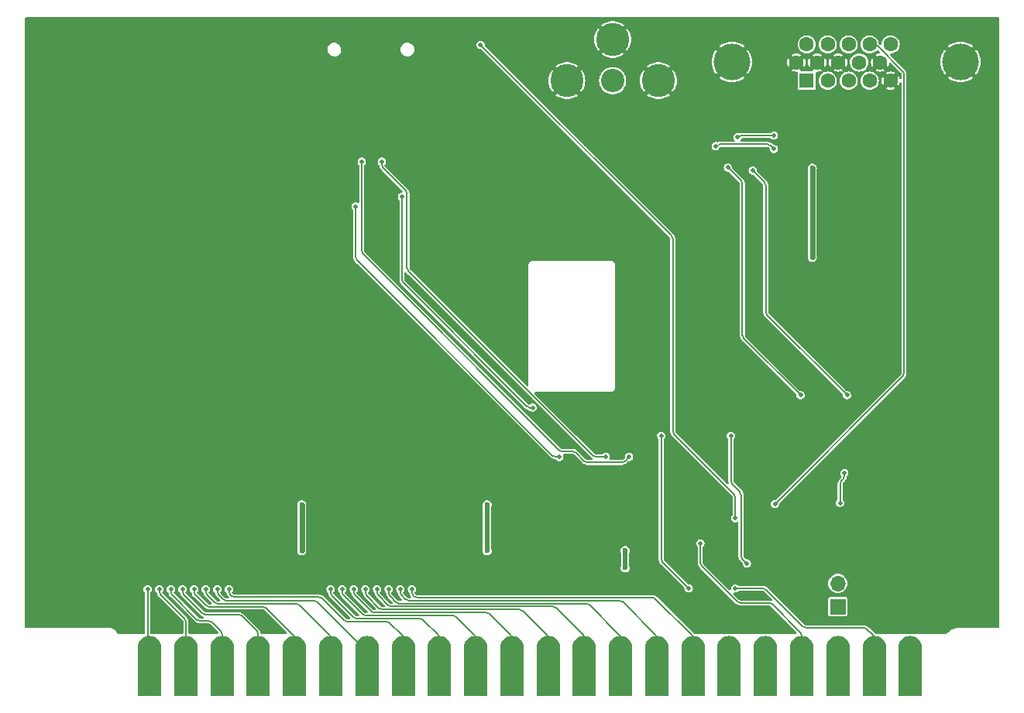
<source format=gbr>
%TF.GenerationSoftware,KiCad,Pcbnew,7.0.11*%
%TF.CreationDate,2024-05-07T16:29:06+02:00*%
%TF.ProjectId,kim-1-programmable-memory,6b696d2d-312d-4707-926f-6772616d6d61,rev?*%
%TF.SameCoordinates,Original*%
%TF.FileFunction,Copper,L2,Bot*%
%TF.FilePolarity,Positive*%
%FSLAX46Y46*%
G04 Gerber Fmt 4.6, Leading zero omitted, Abs format (unit mm)*
G04 Created by KiCad (PCBNEW 7.0.11) date 2024-05-07 16:29:06*
%MOMM*%
%LPD*%
G01*
G04 APERTURE LIST*
G04 Aperture macros list*
%AMFreePoly0*
4,1,22,-1.300000,3.270000,1.300000,3.270000,1.300000,-1.970000,1.280250,-2.195743,1.221600,-2.414626,1.125833,-2.620000,0.995858,-2.805624,0.835624,-2.965858,0.650000,-3.095833,0.444626,-3.191600,0.225743,-3.250250,0.000000,-3.270000,-0.225743,-3.250250,-0.444626,-3.191600,-0.650000,-3.095833,-0.835624,-2.965858,-0.995858,-2.805624,-1.125833,-2.620000,-1.221600,-2.414626,-1.280250,-2.195743,
-1.300000,-1.970000,-1.300000,3.270000,-1.300000,3.270000,$1*%
G04 Aperture macros list end*
%TA.AperFunction,ComponentPad*%
%ADD10C,2.550000*%
%TD*%
%TA.AperFunction,ComponentPad*%
%ADD11C,3.616000*%
%TD*%
%TA.AperFunction,ComponentPad*%
%ADD12R,1.700000X1.700000*%
%TD*%
%TA.AperFunction,ComponentPad*%
%ADD13O,1.700000X1.700000*%
%TD*%
%TA.AperFunction,ComponentPad*%
%ADD14C,4.000000*%
%TD*%
%TA.AperFunction,ComponentPad*%
%ADD15R,1.600000X1.600000*%
%TD*%
%TA.AperFunction,ComponentPad*%
%ADD16C,1.600000*%
%TD*%
%TA.AperFunction,ConnectorPad*%
%ADD17FreePoly0,180.000000*%
%TD*%
%TA.AperFunction,ViaPad*%
%ADD18C,0.600000*%
%TD*%
%TA.AperFunction,ViaPad*%
%ADD19C,0.500000*%
%TD*%
%TA.AperFunction,ViaPad*%
%ADD20C,1.000000*%
%TD*%
%TA.AperFunction,ViaPad*%
%ADD21C,1.600000*%
%TD*%
%TA.AperFunction,Conductor*%
%ADD22C,0.127000*%
%TD*%
%TA.AperFunction,Conductor*%
%ADD23C,0.500000*%
%TD*%
%TA.AperFunction,Conductor*%
%ADD24C,0.600000*%
%TD*%
%TA.AperFunction,Conductor*%
%ADD25C,0.200000*%
%TD*%
G04 APERTURE END LIST*
D10*
%TO.P,J4,1,In*%
%TO.N,/COMPOSITE*%
X116040000Y-95842500D03*
D11*
%TO.P,J4,2,Ext*%
%TO.N,GND*%
X116040000Y-91342500D03*
X121040000Y-95842500D03*
X111040000Y-95842500D03*
%TD*%
D12*
%TO.P,J1,1,Pin_1*%
%TO.N,/~{DECEN}*%
X140650000Y-153380000D03*
D13*
%TO.P,J1,2,Pin_2*%
%TO.N,Net-(J1-Pin_2)*%
X140650000Y-150840000D03*
%TD*%
D14*
%TO.P,J3,0,PAD*%
%TO.N,GND*%
X154065000Y-93800000D03*
X129065000Y-93800000D03*
D15*
%TO.P,J3,1,1*%
%TO.N,/RED*%
X137250000Y-95850000D03*
D16*
%TO.P,J3,2,2*%
%TO.N,/GREEN*%
X139540000Y-95850000D03*
%TO.P,J3,3,3*%
%TO.N,/BLUE*%
X141830000Y-95850000D03*
%TO.P,J3,4,4*%
%TO.N,unconnected-(J3-Pad4)*%
X144120000Y-95850000D03*
%TO.P,J3,5,5*%
%TO.N,GND*%
X146410000Y-95850000D03*
%TO.P,J3,6,6*%
X136105000Y-93870000D03*
%TO.P,J3,7,7*%
X138395000Y-93870000D03*
%TO.P,J3,8,8*%
X140685000Y-93870000D03*
%TO.P,J3,9,P9*%
%TO.N,unconnected-(J3-P9-Pad9)*%
X142975000Y-93870000D03*
%TO.P,J3,10,P10*%
%TO.N,GND*%
X145265000Y-93870000D03*
%TO.P,J3,11,P111*%
%TO.N,unconnected-(J3-P111-Pad11)*%
X137250000Y-91890000D03*
%TO.P,J3,12,P12*%
%TO.N,unconnected-(J3-P12-Pad12)*%
X139540000Y-91890000D03*
%TO.P,J3,13,P13*%
%TO.N,Net-(J3-P13)*%
X141830000Y-91890000D03*
%TO.P,J3,14,P14*%
%TO.N,Net-(J3-P14)*%
X144120000Y-91890000D03*
%TO.P,J3,15,P15*%
%TO.N,unconnected-(J3-P15-Pad15)*%
X146410000Y-91890000D03*
%TD*%
D17*
%TO.P,J2,A,A0*%
%TO.N,/AB0*%
X65420000Y-159880000D03*
%TO.P,J2,B,A1*%
%TO.N,/AB1*%
X69380000Y-159880000D03*
%TO.P,J2,C,A2*%
%TO.N,/AB2*%
X73340000Y-159880000D03*
%TO.P,J2,D,A3*%
%TO.N,/AB3*%
X77300000Y-159880000D03*
%TO.P,J2,E,A4*%
%TO.N,/AB4*%
X81260000Y-159880000D03*
%TO.P,J2,F,A5*%
%TO.N,/AB5*%
X85220000Y-159880000D03*
%TO.P,J2,H,A6*%
%TO.N,/AB6*%
X89180000Y-159880000D03*
%TO.P,J2,J,A7*%
%TO.N,/AB7*%
X93140000Y-159880000D03*
%TO.P,J2,K,A8*%
%TO.N,/AB8*%
X97100000Y-159880000D03*
%TO.P,J2,L,A9*%
%TO.N,/AB9*%
X101060000Y-159880000D03*
%TO.P,J2,M,A10*%
%TO.N,/AB10*%
X105020000Y-159880000D03*
%TO.P,J2,N,A11*%
%TO.N,/AB11*%
X108980000Y-159880000D03*
%TO.P,J2,P,A12*%
%TO.N,/AB12*%
X112940000Y-159880000D03*
%TO.P,J2,R,A13*%
%TO.N,/AB13*%
X116900000Y-159880000D03*
%TO.P,J2,S,A14*%
%TO.N,/AB14*%
X120860000Y-159880000D03*
%TO.P,J2,T,A15*%
%TO.N,/AB15*%
X124820000Y-159880000D03*
%TO.P,J2,U,\u00D82*%
%TO.N,unconnected-(J2-\u00D82-PadU)*%
X128780000Y-159880000D03*
%TO.P,J2,V,R/~{W}*%
%TO.N,unconnected-(J2-R{slash}~{W}-PadV)*%
X132740000Y-159880000D03*
%TO.P,J2,W,~{R}/W*%
%TO.N,/~{R}{slash}W*%
X136700000Y-159880000D03*
%TO.P,J2,X,+16V_RAW*%
%TO.N,unconnected-(J2-+16V_RAW-PadX)*%
X140660000Y-159880000D03*
%TO.P,J2,Y,~{\u00D82}*%
%TO.N,/~{\u00D82}*%
X144620000Y-159880000D03*
%TO.P,J2,Z,RAMRW*%
%TO.N,unconnected-(J2-RAMRW-PadZ)*%
X148580000Y-159880000D03*
%TD*%
D18*
%TO.N,GND*%
X83935000Y-151460000D03*
X97510000Y-92850000D03*
X65210000Y-142130000D03*
D19*
X132520000Y-105740000D03*
X156300000Y-103430000D03*
X66300000Y-103430000D03*
D18*
X131970000Y-148650000D03*
X151817500Y-115190000D03*
X126417500Y-130250000D03*
X139780000Y-144660000D03*
X91910000Y-104760000D03*
D20*
X147620000Y-145630000D03*
D19*
X129280000Y-101470000D03*
D18*
X85210000Y-139270000D03*
D19*
X56300000Y-93430000D03*
X74740000Y-151790000D03*
X107090000Y-130930000D03*
X56300000Y-153430000D03*
X124790000Y-151940000D03*
X68390000Y-151790000D03*
D18*
X83120000Y-102400000D03*
D19*
X76463909Y-133483909D03*
X141957841Y-129617703D03*
X85808909Y-151831091D03*
D18*
X141040000Y-137820000D03*
X139117500Y-110660000D03*
X65210000Y-139320000D03*
D21*
X148580000Y-154970000D03*
D18*
X91910000Y-102150000D03*
D19*
X133090000Y-142150000D03*
X92158909Y-151831091D03*
X106300000Y-103430000D03*
X153800000Y-153430000D03*
X87078909Y-151831091D03*
X128880000Y-143065958D03*
D18*
X136360000Y-104780000D03*
X62800000Y-139010000D03*
D19*
X100925000Y-133420000D03*
D18*
X82050000Y-137877500D03*
X123050000Y-139670000D03*
X126417500Y-134780000D03*
D19*
X69660000Y-151790000D03*
D18*
X80500000Y-102400000D03*
D19*
X127000000Y-102340000D03*
X56300000Y-143430000D03*
X66300000Y-123430000D03*
X56300000Y-133430000D03*
D20*
X144620000Y-149240000D03*
D19*
X92460000Y-108980000D03*
D18*
X113717500Y-134780000D03*
X126417500Y-115190000D03*
D19*
X94698909Y-151831091D03*
X85925000Y-133420000D03*
X56300000Y-123430000D03*
D18*
X146040000Y-141110000D03*
X61750000Y-137877500D03*
X103935000Y-142110000D03*
X126417500Y-110660000D03*
D19*
X146300000Y-103430000D03*
X117490000Y-136390000D03*
D18*
X120250000Y-150030000D03*
X139117500Y-134780000D03*
X114120000Y-114250000D03*
D19*
X73470000Y-151790000D03*
X72200000Y-151790000D03*
D18*
X130250000Y-139670000D03*
D19*
X133698909Y-102581091D03*
D18*
X146040000Y-142960000D03*
X95300000Y-102150000D03*
X126890000Y-148650000D03*
D19*
X66300000Y-133430000D03*
D18*
X95300000Y-92850000D03*
D19*
X101200000Y-92520000D03*
D18*
X101490000Y-95130000D03*
X132750000Y-139670000D03*
X86950000Y-105750000D03*
D19*
X114940000Y-136380000D03*
D18*
X125550000Y-139670000D03*
D19*
X67120000Y-151790000D03*
X100925000Y-118420000D03*
X88348909Y-151831091D03*
X93428909Y-151831091D03*
D18*
X139117500Y-115190000D03*
X95365000Y-151460000D03*
D19*
X65850000Y-151790000D03*
X129901078Y-148628896D03*
X66300000Y-143430000D03*
X131150000Y-154160000D03*
X129997570Y-151940000D03*
X87930000Y-104870000D03*
D20*
X150670000Y-145630000D03*
D18*
X124350000Y-97990000D03*
X124350000Y-100940000D03*
D19*
X87350000Y-110020000D03*
X56300000Y-103430000D03*
D18*
X113290000Y-114250000D03*
X82010000Y-92850000D03*
X139117500Y-130250000D03*
D19*
X106300000Y-93430000D03*
D18*
X151817500Y-134780000D03*
X119820000Y-145080000D03*
X151817500Y-110660000D03*
X86950000Y-107210000D03*
X97510000Y-102150000D03*
X103935000Y-139340000D03*
D19*
X124920000Y-146517500D03*
X136960000Y-129630000D03*
X76300000Y-93430000D03*
X125770000Y-154160000D03*
D18*
X146040000Y-136920000D03*
D19*
X90888909Y-151831091D03*
X127635545Y-105410883D03*
X141232864Y-142645797D03*
D20*
X143200000Y-150510000D03*
D19*
X75365000Y-151460000D03*
X116300000Y-103430000D03*
X89618909Y-151831091D03*
D18*
X146040000Y-138720000D03*
D19*
X56300000Y-113430000D03*
D18*
X113717500Y-130250000D03*
D19*
X109880000Y-137640000D03*
X120670658Y-134894901D03*
X66300000Y-153430000D03*
X86300000Y-113430000D03*
D18*
X79800000Y-92850000D03*
D19*
X76300000Y-123430000D03*
X66300000Y-93430000D03*
X70930000Y-151790000D03*
X76300000Y-113430000D03*
D18*
X151817500Y-130250000D03*
D19*
%TO.N,/~{R}{slash}W*%
X125620000Y-146460000D03*
%TO.N,/~{\u00D82}*%
X129430000Y-151390000D03*
%TO.N,/~{CE}*%
X121340000Y-134690000D03*
X124350000Y-151390000D03*
D18*
%TO.N,+3.3V*%
X82050000Y-142230000D03*
X117400000Y-147260000D03*
X82050000Y-147260000D03*
X117400000Y-149130000D03*
X137850000Y-105410000D03*
X102310000Y-142238000D03*
X137850000Y-115177502D03*
X102310000Y-147260000D03*
D19*
%TO.N,/AB0*%
X65205000Y-151460000D03*
%TO.N,/AB1*%
X66475000Y-151460000D03*
%TO.N,/AB2*%
X67745000Y-151460000D03*
%TO.N,/AB3*%
X69015000Y-151460000D03*
%TO.N,/AB4*%
X70285000Y-151460000D03*
%TO.N,/AB5*%
X71555000Y-151460000D03*
%TO.N,/AB6*%
X72825000Y-151460000D03*
%TO.N,/AB7*%
X74095000Y-151460000D03*
%TO.N,/AB8*%
X85205000Y-151460000D03*
%TO.N,/AB9*%
X86475000Y-151460000D03*
%TO.N,/AB10*%
X87745000Y-151460000D03*
%TO.N,/AB11*%
X89015000Y-151460000D03*
%TO.N,/AB12*%
X90285000Y-151460000D03*
%TO.N,/AB13*%
X91555000Y-151460000D03*
%TO.N,/AB14*%
X92825000Y-151460000D03*
%TO.N,/AB15*%
X94095000Y-151460000D03*
%TO.N,Net-(J3-P14)*%
X133790000Y-142140000D03*
%TO.N,/RX*%
X107280000Y-131610000D03*
X93010000Y-108540000D03*
%TO.N,Net-(J5-DAT3{slash}CD)*%
X110200000Y-137010000D03*
X87930000Y-109600000D03*
%TO.N,Net-(J5-CMD)*%
X88610000Y-104700000D03*
X117820000Y-137010000D03*
%TO.N,Net-(J5-CLK)*%
X115280000Y-137010000D03*
X90810000Y-104700000D03*
%TO.N,Net-(R16-Pad2)*%
X129685000Y-102045000D03*
X133660000Y-101860000D03*
%TO.N,Net-(R17-Pad2)*%
X133660000Y-103320000D03*
X127300000Y-103000000D03*
%TO.N,/\u00D82*%
X128957500Y-134690000D03*
X130700000Y-148650000D03*
%TO.N,Net-(D1-A)*%
X101596000Y-91940000D03*
X129430000Y-143690000D03*
%TO.N,Net-(U2-Pad1)*%
X140900000Y-142030000D03*
X141360000Y-138770000D03*
%TO.N,/HSYNC*%
X136577500Y-130250000D03*
X128641790Y-105360000D03*
%TO.N,/VIDEO*%
X141657500Y-130250000D03*
X131344901Y-105687768D03*
%TD*%
D22*
%TO.N,/~{R}{slash}W*%
X136553553Y-156193553D02*
X133466446Y-153106446D01*
X133112893Y-152960000D02*
X130027107Y-152960000D01*
X125620000Y-148552893D02*
X125620000Y-146460000D01*
X136700000Y-159880000D02*
X136700000Y-156547107D01*
X129673553Y-152813553D02*
X125766446Y-148906446D01*
X133466449Y-153106443D02*
G75*
G03*
X133112893Y-152960000I-353549J-353557D01*
G01*
X125620005Y-148552893D02*
G75*
G03*
X125766446Y-148906446I499995J-7D01*
G01*
X129673550Y-152813556D02*
G75*
G03*
X130027107Y-152960000I353550J353556D01*
G01*
X136699995Y-156547107D02*
G75*
G03*
X136553553Y-156193553I-499995J7D01*
G01*
%TO.N,/~{\u00D82}*%
X143846447Y-155836447D02*
X144473554Y-156463554D01*
X144620000Y-156817107D02*
X144620000Y-159880000D01*
X132816447Y-151536447D02*
X136823554Y-155543554D01*
X129430000Y-151390000D02*
X132462893Y-151390000D01*
X137177107Y-155690000D02*
X143492893Y-155690000D01*
X132816450Y-151536444D02*
G75*
G03*
X132462893Y-151390000I-353550J-353556D01*
G01*
X143846450Y-155836444D02*
G75*
G03*
X143492893Y-155690000I-353550J-353556D01*
G01*
X144619995Y-156817107D02*
G75*
G03*
X144473554Y-156463554I-499995J7D01*
G01*
X136823551Y-155543557D02*
G75*
G03*
X137177107Y-155690000I353549J353557D01*
G01*
%TO.N,/~{CE}*%
X121337500Y-148170393D02*
X121337500Y-134692500D01*
X124350000Y-151390000D02*
X121483946Y-148523946D01*
X121337500Y-134692500D02*
X121340000Y-134690000D01*
X121337505Y-148170393D02*
G75*
G03*
X121483946Y-148523946I499995J-7D01*
G01*
D23*
%TO.N,+3.3V*%
X102310000Y-147260000D02*
X102310000Y-142238000D01*
D24*
X137850000Y-105410000D02*
X137850000Y-115177502D01*
D23*
X117400000Y-149130000D02*
X117400000Y-147260000D01*
D24*
X82050000Y-142230000D02*
X82050000Y-147260000D01*
D25*
%TO.N,/AB0*%
X65420000Y-159880000D02*
X65351446Y-159811446D01*
D22*
X65205000Y-159457893D02*
X65205000Y-151460000D01*
D25*
X65205005Y-159457893D02*
G75*
G03*
X65351446Y-159811446I499995J-7D01*
G01*
D22*
%TO.N,/AB1*%
X66475000Y-151727893D02*
X66475000Y-151460000D01*
X69233553Y-154693553D02*
X66621446Y-152081446D01*
X69380000Y-159880000D02*
X69380000Y-155047107D01*
X69379995Y-155047107D02*
G75*
G03*
X69233553Y-154693553I-499995J7D01*
G01*
X66475005Y-151727893D02*
G75*
G03*
X66621446Y-152081446I499995J-7D01*
G01*
%TO.N,/AB2*%
X72273692Y-155106447D02*
X73238540Y-156071295D01*
X67745000Y-151460000D02*
X67745000Y-151737893D01*
X73340000Y-156377107D02*
X73340000Y-159880000D01*
X67891446Y-152091446D02*
X70613554Y-154813554D01*
X70967107Y-154960000D02*
X71920138Y-154960000D01*
X67745005Y-151737893D02*
G75*
G03*
X67891446Y-152091446I499995J-7D01*
G01*
X73339987Y-156377107D02*
G75*
G03*
X73238539Y-156071296I-523087J-3793D01*
G01*
X70613551Y-154813557D02*
G75*
G03*
X70967107Y-154960000I353549J353557D01*
G01*
X72273673Y-155106466D02*
G75*
G03*
X71920138Y-154960000I-353573J-353534D01*
G01*
%TO.N,/AB3*%
X69015000Y-151725445D02*
X69015000Y-151460000D01*
X77153553Y-156053553D02*
X75472999Y-154372999D01*
X77300000Y-159880000D02*
X77300000Y-156407107D01*
X75119446Y-154226553D02*
X71516108Y-154226553D01*
X71162554Y-154080106D02*
X69161446Y-152078998D01*
X69014969Y-151725445D02*
G75*
G03*
X69161447Y-152078997I500031J45D01*
G01*
X75472986Y-154373012D02*
G75*
G03*
X75119446Y-154226553I-353586J-353588D01*
G01*
X71162560Y-154080100D02*
G75*
G03*
X71516108Y-154226553I353540J353500D01*
G01*
X77299995Y-156407107D02*
G75*
G03*
X77153553Y-156053553I-499995J7D01*
G01*
%TO.N,/AB4*%
X70285000Y-151737893D02*
X70285000Y-151460000D01*
X71584553Y-153244553D02*
X70431446Y-152091446D01*
X77833893Y-153391000D02*
X71938107Y-153391000D01*
X81113553Y-156463553D02*
X78187446Y-153537446D01*
X81260000Y-159880000D02*
X81260000Y-156817107D01*
X70285005Y-151737893D02*
G75*
G03*
X70431446Y-152091446I499995J-7D01*
G01*
X71584550Y-153244556D02*
G75*
G03*
X71938107Y-153391000I353550J353556D01*
G01*
X78187449Y-153537443D02*
G75*
G03*
X77833893Y-153391000I-353549J-353557D01*
G01*
X81259995Y-156817107D02*
G75*
G03*
X81113553Y-156463553I-499995J7D01*
G01*
%TO.N,/AB5*%
X81466893Y-153064000D02*
X72903555Y-153064000D01*
X72550001Y-152917553D02*
X71701446Y-152068998D01*
X85220000Y-159880000D02*
X85220000Y-156817107D01*
X85073553Y-156463553D02*
X81820446Y-153210446D01*
X71555000Y-151715445D02*
X71555000Y-151460000D01*
X81820449Y-153210443D02*
G75*
G03*
X81466893Y-153064000I-353549J-353557D01*
G01*
X71554969Y-151715445D02*
G75*
G03*
X71701447Y-152068997I500031J45D01*
G01*
X72550024Y-152917530D02*
G75*
G03*
X72903555Y-153064000I353576J353530D01*
G01*
X85219995Y-156817107D02*
G75*
G03*
X85073553Y-156463553I-499995J7D01*
G01*
%TO.N,/AB6*%
X72825000Y-151715711D02*
X72825000Y-151460000D01*
X83449893Y-152737000D02*
X73846289Y-152737000D01*
X89180000Y-159880000D02*
X89180000Y-158467107D01*
X73492735Y-152590553D02*
X72971446Y-152069264D01*
X89033553Y-158113553D02*
X83803446Y-152883446D01*
X73492741Y-152590547D02*
G75*
G03*
X73846289Y-152737000I353559J353547D01*
G01*
X83803449Y-152883443D02*
G75*
G03*
X83449893Y-152737000I-353549J-353557D01*
G01*
X89179995Y-158467107D02*
G75*
G03*
X89033553Y-158113553I-499995J7D01*
G01*
X72824993Y-151715711D02*
G75*
G03*
X72971447Y-152069263I500007J11D01*
G01*
%TO.N,/AB7*%
X74365735Y-152193553D02*
X74241446Y-152069264D01*
X92993553Y-156463553D02*
X91696446Y-155166446D01*
X91342893Y-155020000D02*
X87047107Y-155020000D01*
X93140000Y-159880000D02*
X93140000Y-156817107D01*
X86693553Y-154873553D02*
X84306446Y-152486446D01*
X74095000Y-151715711D02*
X74095000Y-151460000D01*
X83952893Y-152340000D02*
X74719289Y-152340000D01*
X84306449Y-152486443D02*
G75*
G03*
X83952893Y-152340000I-353549J-353557D01*
G01*
X93139995Y-156817107D02*
G75*
G03*
X92993553Y-156463553I-499995J7D01*
G01*
X86693550Y-154873556D02*
G75*
G03*
X87047107Y-155020000I353550J353556D01*
G01*
X74365741Y-152193547D02*
G75*
G03*
X74719289Y-152340000I353559J353547D01*
G01*
X74094993Y-151715711D02*
G75*
G03*
X74241447Y-152069263I500007J11D01*
G01*
X91696449Y-155166443D02*
G75*
G03*
X91342893Y-155020000I-353549J-353557D01*
G01*
%TO.N,/AB8*%
X96953553Y-156463553D02*
X95306446Y-154816446D01*
X94952893Y-154670000D02*
X88047107Y-154670000D01*
X87693553Y-154523553D02*
X85351446Y-152181446D01*
X85205000Y-151827893D02*
X85205000Y-151460000D01*
X97100000Y-159880000D02*
X97100000Y-156817107D01*
X97099995Y-156817107D02*
G75*
G03*
X96953553Y-156463553I-499995J7D01*
G01*
X85205005Y-151827893D02*
G75*
G03*
X85351446Y-152181446I499995J-7D01*
G01*
X95306449Y-154816443D02*
G75*
G03*
X94952893Y-154670000I-353549J-353557D01*
G01*
X87693550Y-154523556D02*
G75*
G03*
X88047107Y-154670000I353550J353556D01*
G01*
%TO.N,/AB9*%
X101060000Y-159880000D02*
X101060000Y-156817107D01*
X100913553Y-156463553D02*
X98939446Y-154489446D01*
X98585893Y-154343000D02*
X89020107Y-154343000D01*
X86475000Y-151797893D02*
X86475000Y-151460000D01*
X88666553Y-154196553D02*
X86621446Y-152151446D01*
X88666550Y-154196556D02*
G75*
G03*
X89020107Y-154343000I353550J353556D01*
G01*
X98939449Y-154489443D02*
G75*
G03*
X98585893Y-154343000I-353549J-353557D01*
G01*
X101059995Y-156817107D02*
G75*
G03*
X100913553Y-156463553I-499995J7D01*
G01*
X86475005Y-151797893D02*
G75*
G03*
X86621446Y-152151446I499995J-7D01*
G01*
%TO.N,/AB10*%
X104873553Y-156463553D02*
X102572537Y-154162537D01*
X102218984Y-154016091D02*
X89943198Y-154016091D01*
X87745000Y-151817893D02*
X87745000Y-151460000D01*
X89589644Y-153869644D02*
X87891446Y-152171446D01*
X105020000Y-159880000D02*
X105020000Y-156817107D01*
X105019995Y-156817107D02*
G75*
G03*
X104873553Y-156463553I-499995J7D01*
G01*
X102572547Y-154162527D02*
G75*
G03*
X102218984Y-154016091I-353547J-353573D01*
G01*
X87745005Y-151817893D02*
G75*
G03*
X87891446Y-152171446I499995J-7D01*
G01*
X89589647Y-153869641D02*
G75*
G03*
X89943198Y-154016091I353553J353541D01*
G01*
%TO.N,/AB11*%
X89015000Y-151837893D02*
X89015000Y-151460000D01*
X105851984Y-153689091D02*
X90866198Y-153689091D01*
X108980000Y-159880000D02*
X108980000Y-156817107D01*
X108833553Y-156463553D02*
X106205537Y-153835537D01*
X90512644Y-153542644D02*
X89161446Y-152191446D01*
X89015005Y-151837893D02*
G75*
G03*
X89161446Y-152191446I499995J-7D01*
G01*
X108979995Y-156817107D02*
G75*
G03*
X108833553Y-156463553I-499995J7D01*
G01*
X90512647Y-153542641D02*
G75*
G03*
X90866198Y-153689091I353553J353541D01*
G01*
X106205547Y-153835527D02*
G75*
G03*
X105851984Y-153689091I-353547J-353573D01*
G01*
%TO.N,/AB12*%
X112793553Y-156463553D02*
X109838537Y-153508537D01*
X109484984Y-153362091D02*
X91839198Y-153362091D01*
X91485644Y-153215644D02*
X90431446Y-152161446D01*
X90285000Y-151807893D02*
X90285000Y-151460000D01*
X112940000Y-159880000D02*
X112940000Y-156817107D01*
X109838547Y-153508527D02*
G75*
G03*
X109484984Y-153362091I-353547J-353573D01*
G01*
X112939995Y-156817107D02*
G75*
G03*
X112793553Y-156463553I-499995J7D01*
G01*
X90285005Y-151807893D02*
G75*
G03*
X90431446Y-152161446I499995J-7D01*
G01*
X91485647Y-153215641D02*
G75*
G03*
X91839198Y-153362091I353553J353541D01*
G01*
%TO.N,/AB13*%
X113117984Y-153035091D02*
X92712198Y-153035091D01*
X116900000Y-159880000D02*
X116900000Y-156817107D01*
X116753553Y-156463553D02*
X113471537Y-153181537D01*
X91555000Y-151877893D02*
X91555000Y-151460000D01*
X92358644Y-152888644D02*
X91701446Y-152231446D01*
X92358647Y-152888641D02*
G75*
G03*
X92712198Y-153035091I353553J353541D01*
G01*
X91555005Y-151877893D02*
G75*
G03*
X91701446Y-152231446I499995J-7D01*
G01*
X113471547Y-153181527D02*
G75*
G03*
X113117984Y-153035091I-353547J-353573D01*
G01*
X116899995Y-156817107D02*
G75*
G03*
X116753553Y-156463553I-499995J7D01*
G01*
%TO.N,/AB14*%
X93381644Y-152561644D02*
X92971446Y-152151446D01*
X92825000Y-151797893D02*
X92825000Y-151460000D01*
X120713553Y-156463553D02*
X117104537Y-152854537D01*
X120860000Y-159880000D02*
X120860000Y-156817107D01*
X116750984Y-152708091D02*
X93735198Y-152708091D01*
X120859995Y-156817107D02*
G75*
G03*
X120713553Y-156463553I-499995J7D01*
G01*
X92825005Y-151797893D02*
G75*
G03*
X92971446Y-152151446I499995J-7D01*
G01*
X93381647Y-152561641D02*
G75*
G03*
X93735198Y-152708091I353553J353541D01*
G01*
X117104547Y-152854527D02*
G75*
G03*
X116750984Y-152708091I-353547J-353573D01*
G01*
%TO.N,/AB15*%
X120383984Y-152381091D02*
X94678198Y-152381091D01*
X124673553Y-156463553D02*
X120737537Y-152527537D01*
X94095000Y-151797893D02*
X94095000Y-151460000D01*
X124820000Y-159880000D02*
X124820000Y-156817107D01*
X94324644Y-152234644D02*
X94241446Y-152151446D01*
X94324647Y-152234641D02*
G75*
G03*
X94678198Y-152381091I353553J353541D01*
G01*
X124819995Y-156817107D02*
G75*
G03*
X124673553Y-156463553I-499995J7D01*
G01*
X120737547Y-152527527D02*
G75*
G03*
X120383984Y-152381091I-353547J-353573D01*
G01*
X94095005Y-151797893D02*
G75*
G03*
X94241446Y-152151446I499995J-7D01*
G01*
%TO.N,Net-(J3-P14)*%
X147741053Y-94791053D02*
X144986446Y-92036446D01*
X147887500Y-127835393D02*
X147887500Y-95144607D01*
X144632893Y-91890000D02*
X144120000Y-91890000D01*
X133790000Y-142140000D02*
X147741054Y-128188946D01*
X147887495Y-95144607D02*
G75*
G03*
X147741053Y-94791053I-499995J7D01*
G01*
X144986449Y-92036443D02*
G75*
G03*
X144632893Y-91890000I-353549J-353557D01*
G01*
X147741057Y-128188949D02*
G75*
G03*
X147887500Y-127835393I-353557J353549D01*
G01*
%TO.N,/RX*%
X93010000Y-117612893D02*
X93010000Y-108540000D01*
X107280000Y-131610000D02*
X107007107Y-131610000D01*
X106653553Y-131463553D02*
X93156446Y-117966446D01*
X106653550Y-131463556D02*
G75*
G03*
X107007107Y-131610000I353550J353556D01*
G01*
X93010005Y-117612893D02*
G75*
G03*
X93156446Y-117966446I499995J-7D01*
G01*
%TO.N,Net-(J5-DAT3{slash}CD)*%
X87930000Y-109600000D02*
X87930000Y-115112893D01*
X88076447Y-115466447D02*
X109473554Y-136863554D01*
X109827107Y-137010000D02*
X110200000Y-137010000D01*
X87930005Y-115112893D02*
G75*
G03*
X88076447Y-115466447I499995J-7D01*
G01*
X109473551Y-136863557D02*
G75*
G03*
X109827107Y-137010000I353549J353557D01*
G01*
%TO.N,Net-(J5-CMD)*%
X112943553Y-137463553D02*
X112036446Y-136556446D01*
X88610000Y-114482893D02*
X88610000Y-104700000D01*
X117012893Y-137610000D02*
X113297107Y-137610000D01*
X111682893Y-136410000D02*
X110537107Y-136410000D01*
X117820000Y-137010000D02*
X117366446Y-137463554D01*
X110183553Y-136263553D02*
X88756446Y-114836446D01*
X112943550Y-137463556D02*
G75*
G03*
X113297107Y-137610000I353550J353556D01*
G01*
X88610005Y-114482893D02*
G75*
G03*
X88756446Y-114836446I499995J-7D01*
G01*
X117012893Y-137609995D02*
G75*
G03*
X117366446Y-137463554I7J499995D01*
G01*
X110183550Y-136263556D02*
G75*
G03*
X110537107Y-136410000I353550J353556D01*
G01*
X112036449Y-136556443D02*
G75*
G03*
X111682893Y-136410000I-353549J-353557D01*
G01*
%TO.N,Net-(J5-CLK)*%
X93560000Y-116312893D02*
X93560000Y-108237107D01*
X115280000Y-137010000D02*
X114257107Y-137010000D01*
X113903553Y-136863553D02*
X93706446Y-116666446D01*
X90810000Y-105072893D02*
X90810000Y-104700000D01*
X93413553Y-107883553D02*
X90956446Y-105426446D01*
X93559995Y-108237107D02*
G75*
G03*
X93413553Y-107883553I-499995J7D01*
G01*
X90810005Y-105072893D02*
G75*
G03*
X90956446Y-105426446I499995J-7D01*
G01*
X93560005Y-116312893D02*
G75*
G03*
X93706446Y-116666446I499995J-7D01*
G01*
X113903550Y-136863556D02*
G75*
G03*
X114257107Y-137010000I353550J353556D01*
G01*
%TO.N,Net-(R16-Pad2)*%
X129723553Y-102006447D02*
X129685000Y-102045000D01*
X133660000Y-101860000D02*
X130077107Y-101860000D01*
X130077107Y-101860005D02*
G75*
G03*
X129723553Y-102006447I-7J-499995D01*
G01*
%TO.N,Net-(R17-Pad2)*%
X127687107Y-102820000D02*
X132952893Y-102820000D01*
X133306447Y-102966447D02*
X133660000Y-103320000D01*
X127300000Y-103000000D02*
X127333554Y-102966446D01*
X127687107Y-102820005D02*
G75*
G03*
X127333554Y-102966446I-7J-499995D01*
G01*
X133306450Y-102966444D02*
G75*
G03*
X132952893Y-102820000I-353550J-353556D01*
G01*
%TO.N,/\u00D82*%
X128957500Y-139620393D02*
X128957500Y-134690000D01*
X130060000Y-147802893D02*
X130060000Y-141137107D01*
X129913553Y-140783553D02*
X129103946Y-139973946D01*
X130700000Y-148650000D02*
X130206446Y-148156446D01*
X130059995Y-141137107D02*
G75*
G03*
X129913553Y-140783553I-499995J7D01*
G01*
X130060005Y-147802893D02*
G75*
G03*
X130206446Y-148156446I499995J-7D01*
G01*
X128957505Y-139620393D02*
G75*
G03*
X129103946Y-139973946I499995J-7D01*
G01*
%TO.N,Net-(D1-A)*%
X122610000Y-134182893D02*
X122610000Y-113161107D01*
X122463553Y-112807553D02*
X101596000Y-91940000D01*
X129283553Y-141063553D02*
X122756446Y-134536446D01*
X129430000Y-143690000D02*
X129430000Y-141417107D01*
X122609995Y-113161107D02*
G75*
G03*
X122463553Y-112807553I-499995J7D01*
G01*
X129429995Y-141417107D02*
G75*
G03*
X129283553Y-141063553I-499995J7D01*
G01*
X122610005Y-134182893D02*
G75*
G03*
X122756446Y-134536446I499995J-7D01*
G01*
%TO.N,Net-(U2-Pad1)*%
X141046447Y-139623553D02*
X141213554Y-139456446D01*
X140900000Y-142030000D02*
X140900000Y-139977107D01*
X141360000Y-139102893D02*
X141360000Y-138770000D01*
X141046444Y-139623550D02*
G75*
G03*
X140900000Y-139977107I353556J-353550D01*
G01*
X141213557Y-139456449D02*
G75*
G03*
X141360000Y-139102893I-353557J353549D01*
G01*
%TO.N,/HSYNC*%
X136577500Y-130250000D02*
X130366446Y-124038946D01*
X130073553Y-106791763D02*
X128641790Y-105360000D01*
X130220000Y-123685393D02*
X130220000Y-107145317D01*
X130220005Y-123685393D02*
G75*
G03*
X130366446Y-124038946I499995J-7D01*
G01*
X130219988Y-107145317D02*
G75*
G03*
X130073553Y-106791763I-499988J17D01*
G01*
%TO.N,/VIDEO*%
X132623553Y-106966420D02*
X131344901Y-105687768D01*
X141657500Y-130250000D02*
X132916446Y-121508946D01*
X132770000Y-121155393D02*
X132770000Y-107319974D01*
X132770018Y-107319974D02*
G75*
G03*
X132623553Y-106966420I-500018J-26D01*
G01*
X132770005Y-121155393D02*
G75*
G03*
X132916446Y-121508946I499995J-7D01*
G01*
%TD*%
%TA.AperFunction,Conductor*%
%TO.N,GND*%
G36*
X158242539Y-88950185D02*
G01*
X158288294Y-89002989D01*
X158299500Y-89054500D01*
X158299500Y-155575500D01*
X158279815Y-155642539D01*
X158227011Y-155688294D01*
X158175500Y-155699500D01*
X153858872Y-155699500D01*
X153627990Y-155729898D01*
X153598884Y-155733730D01*
X153413352Y-155783443D01*
X153345581Y-155801602D01*
X153345571Y-155801605D01*
X153103309Y-155901953D01*
X153103299Y-155901958D01*
X152876201Y-156033072D01*
X152668148Y-156192718D01*
X152557784Y-156303082D01*
X152496461Y-156336566D01*
X152470091Y-156339400D01*
X144773388Y-156338686D01*
X144706351Y-156318995D01*
X144685719Y-156302367D01*
X144660234Y-156276882D01*
X144660233Y-156276880D01*
X144620260Y-156236905D01*
X144620240Y-156236888D01*
X144083479Y-155700127D01*
X144083477Y-155700124D01*
X144069444Y-155686091D01*
X144069435Y-155686075D01*
X143979919Y-155596561D01*
X143979917Y-155596559D01*
X143854786Y-155512950D01*
X143854776Y-155512944D01*
X143715751Y-155455360D01*
X143715746Y-155455358D01*
X143715742Y-155455357D01*
X143568137Y-155425999D01*
X143568135Y-155425999D01*
X143492889Y-155426000D01*
X137233654Y-155426000D01*
X137233642Y-155425999D01*
X137185226Y-155425999D01*
X137169041Y-155424938D01*
X137132208Y-155420089D01*
X137100944Y-155411712D01*
X137074185Y-155400629D01*
X137046148Y-155384443D01*
X137016696Y-155361844D01*
X137004501Y-155351149D01*
X135903104Y-154249752D01*
X139599500Y-154249752D01*
X139611131Y-154308229D01*
X139611132Y-154308230D01*
X139655447Y-154374552D01*
X139721769Y-154418867D01*
X139721770Y-154418868D01*
X139780247Y-154430499D01*
X139780250Y-154430500D01*
X139780252Y-154430500D01*
X141519750Y-154430500D01*
X141519751Y-154430499D01*
X141534568Y-154427552D01*
X141578229Y-154418868D01*
X141578229Y-154418867D01*
X141578231Y-154418867D01*
X141644552Y-154374552D01*
X141688867Y-154308231D01*
X141688867Y-154308229D01*
X141688868Y-154308229D01*
X141699158Y-154256495D01*
X141700500Y-154249748D01*
X141700500Y-152510252D01*
X141700500Y-152510249D01*
X141700499Y-152510247D01*
X141688868Y-152451770D01*
X141688867Y-152451769D01*
X141644552Y-152385447D01*
X141578230Y-152341132D01*
X141578229Y-152341131D01*
X141519752Y-152329500D01*
X141519748Y-152329500D01*
X139780252Y-152329500D01*
X139780247Y-152329500D01*
X139721770Y-152341131D01*
X139721769Y-152341132D01*
X139655447Y-152385447D01*
X139611132Y-152451769D01*
X139611131Y-152451770D01*
X139599500Y-152510247D01*
X139599500Y-154249752D01*
X135903104Y-154249752D01*
X133053479Y-151400127D01*
X133053477Y-151400124D01*
X133039444Y-151386091D01*
X133039435Y-151386075D01*
X132949919Y-151296561D01*
X132949917Y-151296559D01*
X132824786Y-151212950D01*
X132824776Y-151212944D01*
X132685751Y-151155360D01*
X132685746Y-151155358D01*
X132685742Y-151155357D01*
X132538137Y-151125999D01*
X132538135Y-151125999D01*
X132462889Y-151126000D01*
X129853969Y-151126000D01*
X129786930Y-151106315D01*
X129760255Y-151083201D01*
X129728051Y-151046034D01*
X129671202Y-151009500D01*
X129619069Y-150975996D01*
X129619065Y-150975994D01*
X129619064Y-150975994D01*
X129494774Y-150939500D01*
X129494772Y-150939500D01*
X129365228Y-150939500D01*
X129365226Y-150939500D01*
X129240935Y-150975994D01*
X129240932Y-150975995D01*
X129240931Y-150975996D01*
X129189677Y-151008934D01*
X129131950Y-151046033D01*
X129047118Y-151143937D01*
X129047117Y-151143938D01*
X128993302Y-151261774D01*
X128974867Y-151390000D01*
X128980873Y-151431773D01*
X128970929Y-151500932D01*
X128925174Y-151553736D01*
X128858135Y-151573420D01*
X128791095Y-151553735D01*
X128770454Y-151537101D01*
X128073353Y-150840000D01*
X139594417Y-150840000D01*
X139614699Y-151045932D01*
X139633016Y-151106315D01*
X139674768Y-151243954D01*
X139772315Y-151426450D01*
X139799849Y-151460000D01*
X139903589Y-151586410D01*
X139985949Y-151654000D01*
X140063550Y-151717685D01*
X140246046Y-151815232D01*
X140444066Y-151875300D01*
X140444065Y-151875300D01*
X140462529Y-151877118D01*
X140650000Y-151895583D01*
X140855934Y-151875300D01*
X141053954Y-151815232D01*
X141236450Y-151717685D01*
X141396410Y-151586410D01*
X141527685Y-151426450D01*
X141625232Y-151243954D01*
X141685300Y-151045934D01*
X141705583Y-150840000D01*
X141685300Y-150634066D01*
X141625232Y-150436046D01*
X141527685Y-150253550D01*
X141475702Y-150190209D01*
X141396410Y-150093589D01*
X141236452Y-149962317D01*
X141236453Y-149962317D01*
X141236450Y-149962315D01*
X141053954Y-149864768D01*
X140855934Y-149804700D01*
X140855932Y-149804699D01*
X140855934Y-149804699D01*
X140650000Y-149784417D01*
X140444067Y-149804699D01*
X140246043Y-149864769D01*
X140135898Y-149923643D01*
X140063550Y-149962315D01*
X140063548Y-149962316D01*
X140063547Y-149962317D01*
X139903589Y-150093589D01*
X139772317Y-150253547D01*
X139674769Y-150436043D01*
X139614699Y-150634067D01*
X139594417Y-150840000D01*
X128073353Y-150840000D01*
X125958874Y-148725522D01*
X125948176Y-148713324D01*
X125946101Y-148710620D01*
X125925557Y-148683844D01*
X125909375Y-148655813D01*
X125898293Y-148629058D01*
X125889915Y-148597789D01*
X125885061Y-148560915D01*
X125884000Y-148544729D01*
X125884000Y-148532276D01*
X125884001Y-148506346D01*
X125884000Y-148506343D01*
X125884000Y-146889510D01*
X125903685Y-146822471D01*
X125914287Y-146808307D01*
X125918045Y-146803969D01*
X125918049Y-146803967D01*
X126002882Y-146706063D01*
X126056697Y-146588226D01*
X126075133Y-146460000D01*
X126056697Y-146331774D01*
X126002882Y-146213937D01*
X125918049Y-146116033D01*
X125809069Y-146045996D01*
X125809065Y-146045994D01*
X125809064Y-146045994D01*
X125684774Y-146009500D01*
X125684772Y-146009500D01*
X125555228Y-146009500D01*
X125555226Y-146009500D01*
X125430935Y-146045994D01*
X125430932Y-146045995D01*
X125430931Y-146045996D01*
X125379677Y-146078934D01*
X125321950Y-146116033D01*
X125237118Y-146213937D01*
X125237117Y-146213938D01*
X125183302Y-146331774D01*
X125164867Y-146460000D01*
X125183302Y-146588225D01*
X125237117Y-146706061D01*
X125237118Y-146706063D01*
X125321951Y-146803967D01*
X125321954Y-146803968D01*
X125325713Y-146808307D01*
X125354738Y-146871863D01*
X125356000Y-146889510D01*
X125356000Y-148584189D01*
X125356004Y-148584282D01*
X125356004Y-148628137D01*
X125385362Y-148775740D01*
X125386392Y-148778226D01*
X125442950Y-148914776D01*
X125442956Y-148914786D01*
X125526557Y-149039909D01*
X125579765Y-149093117D01*
X125579767Y-149093120D01*
X125622884Y-149136239D01*
X125622896Y-149136248D01*
X129450557Y-152963910D01*
X129450565Y-152963925D01*
X129519259Y-153032617D01*
X129540084Y-153053442D01*
X129665217Y-153137052D01*
X129665220Y-153137053D01*
X129665223Y-153137055D01*
X129778012Y-153183772D01*
X129804258Y-153194643D01*
X129951863Y-153224001D01*
X130027111Y-153224000D01*
X133066343Y-153224000D01*
X133066346Y-153224001D01*
X133104772Y-153224000D01*
X133120955Y-153225060D01*
X133157791Y-153229910D01*
X133189055Y-153238287D01*
X133215814Y-153249370D01*
X133243850Y-153265555D01*
X133273301Y-153288153D01*
X133285497Y-153298849D01*
X136112841Y-156126194D01*
X136146326Y-156187517D01*
X136141342Y-156257209D01*
X136099470Y-156313142D01*
X136034006Y-156337559D01*
X136025148Y-156337875D01*
X124971551Y-156336849D01*
X124904514Y-156317158D01*
X124883882Y-156300530D01*
X124877672Y-156294320D01*
X124877670Y-156294317D01*
X124820250Y-156236897D01*
X124820243Y-156236891D01*
X120966034Y-152382682D01*
X120966017Y-152382661D01*
X120960534Y-152377178D01*
X120960512Y-152377138D01*
X120924215Y-152340844D01*
X120924216Y-152340844D01*
X120871006Y-152287638D01*
X120745870Y-152204031D01*
X120606828Y-152146444D01*
X120606826Y-152146443D01*
X120606822Y-152146442D01*
X120459223Y-152117088D01*
X120383976Y-152117091D01*
X94686328Y-152117091D01*
X94670142Y-152116030D01*
X94660414Y-152114749D01*
X94633301Y-152111179D01*
X94602037Y-152102801D01*
X94575285Y-152091720D01*
X94547251Y-152075535D01*
X94529233Y-152061709D01*
X94517745Y-152052893D01*
X94505556Y-152042203D01*
X94488620Y-152025267D01*
X94488618Y-152025264D01*
X94474093Y-152010738D01*
X94474070Y-152010717D01*
X94454211Y-151990858D01*
X94433870Y-151970518D01*
X94423175Y-151958322D01*
X94407783Y-151938261D01*
X94382592Y-151873091D01*
X94396633Y-151804647D01*
X94412442Y-151781584D01*
X94477882Y-151706063D01*
X94531697Y-151588226D01*
X94550133Y-151460000D01*
X94531697Y-151331774D01*
X94477882Y-151213937D01*
X94393049Y-151116033D01*
X94284069Y-151045996D01*
X94284065Y-151045994D01*
X94284064Y-151045994D01*
X94159774Y-151009500D01*
X94159772Y-151009500D01*
X94030228Y-151009500D01*
X94030226Y-151009500D01*
X93905935Y-151045994D01*
X93905932Y-151045995D01*
X93905931Y-151045996D01*
X93854677Y-151078934D01*
X93796950Y-151116033D01*
X93712118Y-151213937D01*
X93712117Y-151213938D01*
X93658302Y-151331774D01*
X93639867Y-151460000D01*
X93658302Y-151588225D01*
X93707320Y-151695557D01*
X93712118Y-151706063D01*
X93796951Y-151803967D01*
X93796953Y-151803968D01*
X93801860Y-151809631D01*
X93828273Y-151867468D01*
X93829816Y-151867162D01*
X93831004Y-151873134D01*
X93831004Y-151873137D01*
X93860362Y-152020740D01*
X93872790Y-152050744D01*
X93917950Y-152159776D01*
X93917956Y-152159786D01*
X93979036Y-152251202D01*
X93999913Y-152317880D01*
X93981427Y-152385260D01*
X93929448Y-152431949D01*
X93875933Y-152444091D01*
X93743328Y-152444091D01*
X93727142Y-152443030D01*
X93714609Y-152441380D01*
X93690301Y-152438179D01*
X93659037Y-152429801D01*
X93632285Y-152418720D01*
X93604251Y-152402535D01*
X93601775Y-152400635D01*
X93574745Y-152379893D01*
X93562556Y-152369203D01*
X93543742Y-152350389D01*
X93543739Y-152350383D01*
X93543738Y-152350385D01*
X93525208Y-152331853D01*
X93525193Y-152331841D01*
X93163874Y-151970522D01*
X93153177Y-151958324D01*
X93137784Y-151938262D01*
X93112592Y-151873092D01*
X93126632Y-151804648D01*
X93142442Y-151781584D01*
X93207882Y-151706063D01*
X93261697Y-151588226D01*
X93280133Y-151460000D01*
X93261697Y-151331774D01*
X93207882Y-151213937D01*
X93123049Y-151116033D01*
X93014069Y-151045996D01*
X93014065Y-151045994D01*
X93014064Y-151045994D01*
X92889774Y-151009500D01*
X92889772Y-151009500D01*
X92760228Y-151009500D01*
X92760226Y-151009500D01*
X92635935Y-151045994D01*
X92635932Y-151045995D01*
X92635931Y-151045996D01*
X92584677Y-151078934D01*
X92526950Y-151116033D01*
X92442118Y-151213937D01*
X92442117Y-151213938D01*
X92388302Y-151331774D01*
X92369867Y-151460000D01*
X92388302Y-151588225D01*
X92437320Y-151695557D01*
X92442118Y-151706063D01*
X92526951Y-151803967D01*
X92526953Y-151803968D01*
X92531860Y-151809631D01*
X92558273Y-151867468D01*
X92559816Y-151867162D01*
X92561004Y-151873134D01*
X92561004Y-151873137D01*
X92590362Y-152020740D01*
X92602790Y-152050744D01*
X92647950Y-152159776D01*
X92647956Y-152159786D01*
X92731557Y-152284909D01*
X92784765Y-152338117D01*
X92784767Y-152338120D01*
X92827884Y-152381239D01*
X92827897Y-152381249D01*
X93006058Y-152559410D01*
X93039543Y-152620733D01*
X93034559Y-152690425D01*
X92992687Y-152746358D01*
X92927223Y-152770775D01*
X92918377Y-152771091D01*
X92720328Y-152771091D01*
X92704142Y-152770030D01*
X92694414Y-152768749D01*
X92667301Y-152765179D01*
X92636040Y-152756802D01*
X92609289Y-152745722D01*
X92581251Y-152729535D01*
X92567749Y-152719174D01*
X92551747Y-152706895D01*
X92539552Y-152696200D01*
X92538291Y-152694939D01*
X92512408Y-152669054D01*
X92512407Y-152669053D01*
X92505344Y-152661990D01*
X92505331Y-152661979D01*
X91893870Y-152050518D01*
X91883173Y-152038320D01*
X91873155Y-152025264D01*
X91860559Y-152008847D01*
X91844375Y-151980815D01*
X91833292Y-151954057D01*
X91824915Y-151922791D01*
X91824655Y-151920816D01*
X91822321Y-151903086D01*
X91833087Y-151834052D01*
X91851547Y-151805699D01*
X91853046Y-151803968D01*
X91853049Y-151803967D01*
X91937882Y-151706063D01*
X91991697Y-151588226D01*
X92010133Y-151460000D01*
X91991697Y-151331774D01*
X91937882Y-151213937D01*
X91853049Y-151116033D01*
X91744069Y-151045996D01*
X91744065Y-151045994D01*
X91744064Y-151045994D01*
X91619774Y-151009500D01*
X91619772Y-151009500D01*
X91490228Y-151009500D01*
X91490226Y-151009500D01*
X91365935Y-151045994D01*
X91365932Y-151045995D01*
X91365931Y-151045996D01*
X91314677Y-151078934D01*
X91256950Y-151116033D01*
X91172118Y-151213937D01*
X91172117Y-151213938D01*
X91118302Y-151331774D01*
X91099867Y-151460000D01*
X91118302Y-151588225D01*
X91167320Y-151695557D01*
X91172118Y-151706063D01*
X91256951Y-151803967D01*
X91256954Y-151803968D01*
X91260713Y-151808307D01*
X91289738Y-151871863D01*
X91291000Y-151889510D01*
X91291000Y-151909189D01*
X91291004Y-151909282D01*
X91291004Y-151953137D01*
X91320362Y-152100740D01*
X91327135Y-152117091D01*
X91377950Y-152239776D01*
X91377956Y-152239786D01*
X91461557Y-152364909D01*
X91514765Y-152418117D01*
X91514767Y-152418120D01*
X91557884Y-152461239D01*
X91557897Y-152461249D01*
X91983057Y-152886410D01*
X92016542Y-152947733D01*
X92011558Y-153017425D01*
X91969686Y-153073358D01*
X91904222Y-153097775D01*
X91895376Y-153098091D01*
X91847328Y-153098091D01*
X91831142Y-153097030D01*
X91821414Y-153095749D01*
X91794301Y-153092179D01*
X91763040Y-153083802D01*
X91736289Y-153072722D01*
X91708251Y-153056535D01*
X91690032Y-153042555D01*
X91678747Y-153033895D01*
X91666552Y-153023200D01*
X91639408Y-152996054D01*
X91639407Y-152996053D01*
X91632344Y-152988990D01*
X91632331Y-152988979D01*
X90623870Y-151980518D01*
X90613182Y-151968331D01*
X90593713Y-151942957D01*
X90568522Y-151877790D01*
X90582562Y-151809345D01*
X90598372Y-151786282D01*
X90667882Y-151706063D01*
X90721697Y-151588226D01*
X90740133Y-151460000D01*
X90721697Y-151331774D01*
X90667882Y-151213937D01*
X90583049Y-151116033D01*
X90474069Y-151045996D01*
X90474065Y-151045994D01*
X90474064Y-151045994D01*
X90349774Y-151009500D01*
X90349772Y-151009500D01*
X90220228Y-151009500D01*
X90220226Y-151009500D01*
X90095935Y-151045994D01*
X90095932Y-151045995D01*
X90095931Y-151045996D01*
X90044677Y-151078934D01*
X89986950Y-151116033D01*
X89902118Y-151213937D01*
X89902117Y-151213938D01*
X89848302Y-151331774D01*
X89829867Y-151460000D01*
X89848302Y-151588225D01*
X89897320Y-151695557D01*
X89902118Y-151706063D01*
X89981009Y-151797109D01*
X89990749Y-151808350D01*
X90019773Y-151871906D01*
X90020437Y-151877390D01*
X90021002Y-151883126D01*
X90021004Y-151883136D01*
X90021004Y-151883137D01*
X90050362Y-152030740D01*
X90062790Y-152060744D01*
X90107950Y-152169776D01*
X90107956Y-152169786D01*
X90191557Y-152294909D01*
X90244765Y-152348117D01*
X90244767Y-152348120D01*
X90287884Y-152391239D01*
X90287897Y-152391249D01*
X91110057Y-153213410D01*
X91143542Y-153274733D01*
X91138558Y-153344425D01*
X91096686Y-153400358D01*
X91031222Y-153424775D01*
X91022376Y-153425091D01*
X90874328Y-153425091D01*
X90858142Y-153424030D01*
X90848414Y-153422749D01*
X90821301Y-153419179D01*
X90790037Y-153410801D01*
X90763285Y-153399720D01*
X90735251Y-153383535D01*
X90717032Y-153369555D01*
X90705745Y-153360893D01*
X90693556Y-153350203D01*
X90675741Y-153332388D01*
X90675739Y-153332385D01*
X90675739Y-153332386D01*
X90671353Y-153328000D01*
X90666408Y-153323054D01*
X90666407Y-153323053D01*
X90659341Y-153315987D01*
X90659336Y-153315983D01*
X89353874Y-152010522D01*
X89343176Y-151998324D01*
X89341312Y-151995895D01*
X89325105Y-151974772D01*
X89320557Y-151968844D01*
X89304376Y-151940817D01*
X89298195Y-151925895D01*
X89298141Y-151925765D01*
X89290672Y-151856299D01*
X89318988Y-151797112D01*
X89397882Y-151706063D01*
X89451697Y-151588226D01*
X89470133Y-151460000D01*
X89451697Y-151331774D01*
X89397882Y-151213937D01*
X89313049Y-151116033D01*
X89204069Y-151045996D01*
X89204065Y-151045994D01*
X89204064Y-151045994D01*
X89079774Y-151009500D01*
X89079772Y-151009500D01*
X88950228Y-151009500D01*
X88950226Y-151009500D01*
X88825935Y-151045994D01*
X88825932Y-151045995D01*
X88825931Y-151045996D01*
X88774677Y-151078934D01*
X88716950Y-151116033D01*
X88632118Y-151213937D01*
X88632117Y-151213938D01*
X88578302Y-151331774D01*
X88559867Y-151460000D01*
X88578302Y-151588225D01*
X88627320Y-151695557D01*
X88632118Y-151706063D01*
X88716951Y-151803967D01*
X88716953Y-151803968D01*
X88720717Y-151808312D01*
X88749742Y-151871868D01*
X88751004Y-151889510D01*
X88751004Y-151913137D01*
X88780362Y-152060740D01*
X88791383Y-152087347D01*
X88837950Y-152199776D01*
X88837956Y-152199786D01*
X88921557Y-152324909D01*
X88974765Y-152378117D01*
X88974767Y-152378120D01*
X89017884Y-152421239D01*
X89017897Y-152421249D01*
X90137057Y-153540410D01*
X90170542Y-153601733D01*
X90165558Y-153671425D01*
X90123686Y-153727358D01*
X90058222Y-153751775D01*
X90049376Y-153752091D01*
X89951328Y-153752091D01*
X89935142Y-153751030D01*
X89925414Y-153749749D01*
X89898301Y-153746179D01*
X89867037Y-153737801D01*
X89840285Y-153726720D01*
X89812251Y-153710535D01*
X89794032Y-153696555D01*
X89782745Y-153687893D01*
X89770556Y-153677203D01*
X89756397Y-153663044D01*
X89756396Y-153663042D01*
X89736350Y-153642995D01*
X89736335Y-153642982D01*
X88083874Y-151990522D01*
X88073176Y-151978324D01*
X88069828Y-151973961D01*
X88055967Y-151955895D01*
X88050557Y-151948844D01*
X88034392Y-151920855D01*
X88033763Y-151919338D01*
X88026269Y-151849871D01*
X88054591Y-151790645D01*
X88127882Y-151706063D01*
X88181697Y-151588226D01*
X88200133Y-151460000D01*
X88181697Y-151331774D01*
X88127882Y-151213937D01*
X88043049Y-151116033D01*
X87934069Y-151045996D01*
X87934065Y-151045994D01*
X87934064Y-151045994D01*
X87809774Y-151009500D01*
X87809772Y-151009500D01*
X87680228Y-151009500D01*
X87680226Y-151009500D01*
X87555935Y-151045994D01*
X87555932Y-151045995D01*
X87555931Y-151045996D01*
X87504677Y-151078934D01*
X87446950Y-151116033D01*
X87362118Y-151213937D01*
X87362117Y-151213938D01*
X87308302Y-151331774D01*
X87289867Y-151460000D01*
X87308302Y-151588225D01*
X87357320Y-151695557D01*
X87362118Y-151706063D01*
X87446951Y-151803967D01*
X87446953Y-151803968D01*
X87450717Y-151808312D01*
X87479742Y-151871868D01*
X87481004Y-151889510D01*
X87481004Y-151893137D01*
X87510362Y-152040740D01*
X87528321Y-152084098D01*
X87567950Y-152179776D01*
X87567956Y-152179786D01*
X87651557Y-152304909D01*
X87704765Y-152358117D01*
X87704767Y-152358120D01*
X87747884Y-152401239D01*
X87747897Y-152401249D01*
X89213966Y-153867319D01*
X89247451Y-153928642D01*
X89242467Y-153998334D01*
X89200595Y-154054267D01*
X89135131Y-154078684D01*
X89126285Y-154079000D01*
X89076654Y-154079000D01*
X89076642Y-154078999D01*
X89028226Y-154078999D01*
X89012045Y-154077939D01*
X89001723Y-154076580D01*
X88975207Y-154073089D01*
X88943942Y-154064713D01*
X88917182Y-154053629D01*
X88889151Y-154037445D01*
X88859702Y-154014849D01*
X88847510Y-154004157D01*
X88820314Y-153976961D01*
X88820309Y-153976957D01*
X86813870Y-151970518D01*
X86803176Y-151958324D01*
X86787783Y-151938262D01*
X86762591Y-151873096D01*
X86776630Y-151804651D01*
X86792441Y-151781586D01*
X86857882Y-151706063D01*
X86911697Y-151588226D01*
X86930133Y-151460000D01*
X86911697Y-151331774D01*
X86857882Y-151213937D01*
X86773049Y-151116033D01*
X86664069Y-151045996D01*
X86664065Y-151045994D01*
X86664064Y-151045994D01*
X86539774Y-151009500D01*
X86539772Y-151009500D01*
X86410228Y-151009500D01*
X86410226Y-151009500D01*
X86285935Y-151045994D01*
X86285932Y-151045995D01*
X86285931Y-151045996D01*
X86234677Y-151078934D01*
X86176950Y-151116033D01*
X86092118Y-151213937D01*
X86092117Y-151213938D01*
X86038302Y-151331774D01*
X86019867Y-151460000D01*
X86038302Y-151588225D01*
X86087320Y-151695557D01*
X86092118Y-151706063D01*
X86176951Y-151803967D01*
X86176953Y-151803968D01*
X86181860Y-151809631D01*
X86208273Y-151867468D01*
X86209816Y-151867162D01*
X86211004Y-151873134D01*
X86211004Y-151873137D01*
X86240362Y-152020740D01*
X86252790Y-152050744D01*
X86297950Y-152159776D01*
X86297956Y-152159786D01*
X86381557Y-152284909D01*
X86434765Y-152338117D01*
X86434767Y-152338120D01*
X86477884Y-152381239D01*
X86477897Y-152381249D01*
X88290967Y-154194319D01*
X88324452Y-154255642D01*
X88319468Y-154325334D01*
X88277596Y-154381267D01*
X88212132Y-154405684D01*
X88203286Y-154406000D01*
X88103654Y-154406000D01*
X88103642Y-154405999D01*
X88055226Y-154405999D01*
X88039045Y-154404939D01*
X88028723Y-154403580D01*
X88002207Y-154400089D01*
X87970942Y-154391713D01*
X87944182Y-154380629D01*
X87916151Y-154364445D01*
X87886702Y-154341849D01*
X87874510Y-154331157D01*
X87847314Y-154303961D01*
X87847309Y-154303957D01*
X85543870Y-152000518D01*
X85533173Y-151988320D01*
X85525503Y-151978324D01*
X85510559Y-151958847D01*
X85494375Y-151930815D01*
X85490943Y-151922529D01*
X85483476Y-151853059D01*
X85511789Y-151793879D01*
X85587882Y-151706063D01*
X85641697Y-151588226D01*
X85660133Y-151460000D01*
X85641697Y-151331774D01*
X85587882Y-151213937D01*
X85503049Y-151116033D01*
X85394069Y-151045996D01*
X85394065Y-151045994D01*
X85394064Y-151045994D01*
X85269774Y-151009500D01*
X85269772Y-151009500D01*
X85140228Y-151009500D01*
X85140226Y-151009500D01*
X85015935Y-151045994D01*
X85015932Y-151045995D01*
X85015931Y-151045996D01*
X84964677Y-151078934D01*
X84906950Y-151116033D01*
X84822118Y-151213937D01*
X84822117Y-151213938D01*
X84768302Y-151331774D01*
X84749867Y-151460000D01*
X84768302Y-151588225D01*
X84817320Y-151695557D01*
X84822118Y-151706063D01*
X84906951Y-151803967D01*
X84906953Y-151803968D01*
X84910717Y-151808312D01*
X84939742Y-151871868D01*
X84941004Y-151889510D01*
X84941004Y-151903137D01*
X84970362Y-152050740D01*
X84984748Y-152085473D01*
X85027950Y-152189776D01*
X85027956Y-152189786D01*
X85111557Y-152314909D01*
X85164765Y-152368117D01*
X85164767Y-152368120D01*
X85207884Y-152411239D01*
X85207897Y-152411249D01*
X87340967Y-154544319D01*
X87374452Y-154605642D01*
X87369468Y-154675334D01*
X87327596Y-154731267D01*
X87262132Y-154755684D01*
X87253286Y-154756000D01*
X87103654Y-154756000D01*
X87103642Y-154755999D01*
X87055226Y-154755999D01*
X87039045Y-154754939D01*
X87028723Y-154753580D01*
X87002207Y-154750089D01*
X86970942Y-154741713D01*
X86944182Y-154730629D01*
X86916151Y-154714445D01*
X86886702Y-154691849D01*
X86874510Y-154681157D01*
X86847314Y-154653961D01*
X86847309Y-154653957D01*
X84536249Y-152342897D01*
X84536239Y-152342884D01*
X84525849Y-152332494D01*
X84525842Y-152332482D01*
X84439918Y-152246560D01*
X84439916Y-152246558D01*
X84429781Y-152239786D01*
X84314782Y-152162947D01*
X84307150Y-152159786D01*
X84175746Y-152105359D01*
X84175745Y-152105358D01*
X84175741Y-152105357D01*
X84028137Y-152075999D01*
X84028135Y-152075999D01*
X83952889Y-152076000D01*
X74727425Y-152076000D01*
X74711234Y-152074938D01*
X74674393Y-152070086D01*
X74643132Y-152061709D01*
X74616382Y-152050629D01*
X74588344Y-152034441D01*
X74558818Y-152011783D01*
X74546625Y-152001090D01*
X74512435Y-151966899D01*
X74512422Y-151966888D01*
X74478477Y-151932943D01*
X74478475Y-151932940D01*
X74454466Y-151908931D01*
X74420981Y-151847608D01*
X74425965Y-151777916D01*
X74448435Y-151740047D01*
X74477879Y-151706067D01*
X74477879Y-151706065D01*
X74477882Y-151706063D01*
X74531697Y-151588226D01*
X74550133Y-151460000D01*
X74531697Y-151331774D01*
X74477882Y-151213937D01*
X74393049Y-151116033D01*
X74284069Y-151045996D01*
X74284065Y-151045994D01*
X74284064Y-151045994D01*
X74159774Y-151009500D01*
X74159772Y-151009500D01*
X74030228Y-151009500D01*
X74030226Y-151009500D01*
X73905935Y-151045994D01*
X73905932Y-151045995D01*
X73905931Y-151045996D01*
X73854677Y-151078934D01*
X73796950Y-151116033D01*
X73712118Y-151213937D01*
X73712117Y-151213938D01*
X73658302Y-151331774D01*
X73639867Y-151460000D01*
X73658302Y-151588225D01*
X73707320Y-151695557D01*
X73712118Y-151706063D01*
X73796950Y-151803966D01*
X73796953Y-151803969D01*
X73803652Y-151809774D01*
X73802306Y-151811326D01*
X73840401Y-151855287D01*
X73849224Y-151882604D01*
X73856895Y-151921166D01*
X73860357Y-151938567D01*
X73860358Y-151938570D01*
X73917952Y-152077605D01*
X74001562Y-152202733D01*
X74001566Y-152202738D01*
X74036382Y-152237552D01*
X74037329Y-152238499D01*
X74037336Y-152238509D01*
X74060145Y-152261317D01*
X74093632Y-152322639D01*
X74088649Y-152392331D01*
X74046779Y-152448265D01*
X73981315Y-152472684D01*
X73972466Y-152473000D01*
X73854425Y-152473000D01*
X73838234Y-152471938D01*
X73801393Y-152467086D01*
X73770132Y-152458709D01*
X73743382Y-152447629D01*
X73715344Y-152431441D01*
X73685818Y-152408783D01*
X73673625Y-152398090D01*
X73639435Y-152363899D01*
X73639422Y-152363888D01*
X73208477Y-151932943D01*
X73208475Y-151932940D01*
X73184466Y-151908931D01*
X73150981Y-151847608D01*
X73155965Y-151777916D01*
X73178435Y-151740047D01*
X73207879Y-151706067D01*
X73207879Y-151706065D01*
X73207882Y-151706063D01*
X73261697Y-151588226D01*
X73280133Y-151460000D01*
X73261697Y-151331774D01*
X73207882Y-151213937D01*
X73123049Y-151116033D01*
X73014069Y-151045996D01*
X73014065Y-151045994D01*
X73014064Y-151045994D01*
X72889774Y-151009500D01*
X72889772Y-151009500D01*
X72760228Y-151009500D01*
X72760226Y-151009500D01*
X72635935Y-151045994D01*
X72635932Y-151045995D01*
X72635931Y-151045996D01*
X72584677Y-151078934D01*
X72526950Y-151116033D01*
X72442118Y-151213937D01*
X72442117Y-151213938D01*
X72388302Y-151331774D01*
X72369867Y-151460000D01*
X72388302Y-151588225D01*
X72437320Y-151695557D01*
X72442118Y-151706063D01*
X72526950Y-151803966D01*
X72526953Y-151803969D01*
X72533652Y-151809774D01*
X72532306Y-151811326D01*
X72570401Y-151855287D01*
X72579224Y-151882604D01*
X72586895Y-151921166D01*
X72590357Y-151938567D01*
X72590358Y-151938570D01*
X72647952Y-152077605D01*
X72731562Y-152202733D01*
X72731566Y-152202738D01*
X72766382Y-152237552D01*
X72767329Y-152238499D01*
X72767334Y-152238506D01*
X72803284Y-152274454D01*
X73117149Y-152588319D01*
X73150634Y-152649642D01*
X73145650Y-152719334D01*
X73103778Y-152775267D01*
X73038314Y-152799684D01*
X73029468Y-152800000D01*
X72911712Y-152800000D01*
X72895517Y-152798938D01*
X72858685Y-152794086D01*
X72827420Y-152785706D01*
X72800661Y-152774619D01*
X72772634Y-152758434D01*
X72770507Y-152756802D01*
X72742959Y-152735660D01*
X72730763Y-152724962D01*
X72696740Y-152690932D01*
X72696686Y-152690886D01*
X71929110Y-151923310D01*
X71929080Y-151923274D01*
X71914597Y-151908793D01*
X71881108Y-151847472D01*
X71886087Y-151777780D01*
X71908556Y-151739906D01*
X71937882Y-151706063D01*
X71991697Y-151588226D01*
X72010133Y-151460000D01*
X71991697Y-151331774D01*
X71937882Y-151213937D01*
X71853049Y-151116033D01*
X71744069Y-151045996D01*
X71744065Y-151045994D01*
X71744064Y-151045994D01*
X71619774Y-151009500D01*
X71619772Y-151009500D01*
X71490228Y-151009500D01*
X71490226Y-151009500D01*
X71365935Y-151045994D01*
X71365932Y-151045995D01*
X71365931Y-151045996D01*
X71314677Y-151078934D01*
X71256950Y-151116033D01*
X71172118Y-151213937D01*
X71172117Y-151213938D01*
X71118302Y-151331774D01*
X71099867Y-151460000D01*
X71118302Y-151588225D01*
X71167320Y-151695557D01*
X71172118Y-151706063D01*
X71202778Y-151741447D01*
X71256949Y-151803965D01*
X71263651Y-151809772D01*
X71262314Y-151811314D01*
X71300442Y-151855314D01*
X71309264Y-151882624D01*
X71320348Y-151938319D01*
X71320350Y-151938324D01*
X71377947Y-152077347D01*
X71377950Y-152077353D01*
X71461567Y-152202476D01*
X71461570Y-152202480D01*
X71497336Y-152238242D01*
X71497342Y-152238250D01*
X71522026Y-152262930D01*
X71522033Y-152262937D01*
X72174414Y-152915319D01*
X72207899Y-152976642D01*
X72202915Y-153046334D01*
X72161043Y-153102267D01*
X72095579Y-153126684D01*
X72086733Y-153127000D01*
X71994654Y-153127000D01*
X71994642Y-153126999D01*
X71946226Y-153126999D01*
X71930045Y-153125939D01*
X71919723Y-153124580D01*
X71893207Y-153121089D01*
X71861940Y-153112712D01*
X71835181Y-153101628D01*
X71807150Y-153085444D01*
X71777705Y-153062851D01*
X71765508Y-153052155D01*
X70634168Y-151920816D01*
X70600683Y-151859493D01*
X70605667Y-151789801D01*
X70628134Y-151751935D01*
X70667882Y-151706063D01*
X70721697Y-151588226D01*
X70740133Y-151460000D01*
X70721697Y-151331774D01*
X70667882Y-151213937D01*
X70583049Y-151116033D01*
X70474069Y-151045996D01*
X70474065Y-151045994D01*
X70474064Y-151045994D01*
X70349774Y-151009500D01*
X70349772Y-151009500D01*
X70220228Y-151009500D01*
X70220226Y-151009500D01*
X70095935Y-151045994D01*
X70095932Y-151045995D01*
X70095931Y-151045996D01*
X70044677Y-151078934D01*
X69986950Y-151116033D01*
X69902118Y-151213937D01*
X69902117Y-151213938D01*
X69848302Y-151331774D01*
X69829867Y-151460000D01*
X69848302Y-151588225D01*
X69902117Y-151706061D01*
X69902120Y-151706067D01*
X69986949Y-151803965D01*
X69993656Y-151809777D01*
X69991161Y-151812655D01*
X70025215Y-151851744D01*
X70034176Y-151879365D01*
X70039060Y-151903918D01*
X70050362Y-151960741D01*
X70107950Y-152099776D01*
X70107956Y-152099786D01*
X70191557Y-152224909D01*
X70244765Y-152278117D01*
X70244767Y-152278120D01*
X70287884Y-152321239D01*
X70287896Y-152321248D01*
X71361557Y-153394910D01*
X71361565Y-153394925D01*
X71397875Y-153431234D01*
X71451084Y-153484442D01*
X71576217Y-153568052D01*
X71576220Y-153568053D01*
X71576223Y-153568055D01*
X71657532Y-153601733D01*
X71715258Y-153625643D01*
X71862863Y-153655001D01*
X71938111Y-153655000D01*
X77787343Y-153655000D01*
X77787346Y-153655001D01*
X77825772Y-153655000D01*
X77841955Y-153656060D01*
X77878791Y-153660910D01*
X77910055Y-153669287D01*
X77936814Y-153680370D01*
X77964848Y-153696554D01*
X77983069Y-153710535D01*
X77994301Y-153719153D01*
X78006497Y-153729849D01*
X80397675Y-156121027D01*
X80431160Y-156182350D01*
X80426176Y-156252042D01*
X80384304Y-156307975D01*
X80318840Y-156332392D01*
X80309982Y-156332708D01*
X77665868Y-156332462D01*
X77598831Y-156312771D01*
X77553081Y-156259963D01*
X77544264Y-156232658D01*
X77534638Y-156184260D01*
X77477048Y-156045220D01*
X77393438Y-155920087D01*
X77357670Y-155884319D01*
X77357669Y-155884316D01*
X77300250Y-155826897D01*
X77300243Y-155826891D01*
X75710032Y-154236680D01*
X75710030Y-154236677D01*
X75642235Y-154168882D01*
X75642232Y-154168880D01*
X75637032Y-154163680D01*
X75636750Y-154163425D01*
X75606457Y-154133130D01*
X75481334Y-154049522D01*
X75385696Y-154009902D01*
X75342307Y-153991927D01*
X75342308Y-153991927D01*
X75194708Y-153962558D01*
X75194713Y-153962558D01*
X75151586Y-153962555D01*
X75151538Y-153962553D01*
X75145448Y-153962553D01*
X75119470Y-153962553D01*
X75072920Y-153962548D01*
X75072919Y-153962548D01*
X75062305Y-153962547D01*
X75062235Y-153962553D01*
X71572654Y-153962553D01*
X71572642Y-153962552D01*
X71524227Y-153962552D01*
X71508046Y-153961492D01*
X71497653Y-153960124D01*
X71471215Y-153956643D01*
X71439942Y-153948263D01*
X71431180Y-153944633D01*
X71413196Y-153937183D01*
X71385167Y-153920999D01*
X71355652Y-153898350D01*
X71343455Y-153887652D01*
X71309286Y-153853479D01*
X71309238Y-153853438D01*
X69389110Y-151933310D01*
X69389085Y-151933280D01*
X69381029Y-151925225D01*
X69381029Y-151925224D01*
X69369951Y-151914147D01*
X69336464Y-151852827D01*
X69341445Y-151783136D01*
X69363912Y-151745266D01*
X69397882Y-151706063D01*
X69451697Y-151588226D01*
X69470133Y-151460000D01*
X69451697Y-151331774D01*
X69397882Y-151213937D01*
X69313049Y-151116033D01*
X69204069Y-151045996D01*
X69204065Y-151045994D01*
X69204064Y-151045994D01*
X69079774Y-151009500D01*
X69079772Y-151009500D01*
X68950228Y-151009500D01*
X68950226Y-151009500D01*
X68825935Y-151045994D01*
X68825932Y-151045995D01*
X68825931Y-151045996D01*
X68774677Y-151078934D01*
X68716950Y-151116033D01*
X68632118Y-151213937D01*
X68632117Y-151213938D01*
X68578302Y-151331774D01*
X68559867Y-151460000D01*
X68578302Y-151588225D01*
X68632117Y-151706061D01*
X68632120Y-151706067D01*
X68716950Y-151803966D01*
X68723657Y-151809778D01*
X68721814Y-151811904D01*
X68758162Y-151853852D01*
X68766983Y-151881160D01*
X68780348Y-151948318D01*
X68780351Y-151948327D01*
X68837947Y-152087347D01*
X68837950Y-152087353D01*
X68915925Y-152204033D01*
X68921570Y-152212480D01*
X68934001Y-152224909D01*
X68957336Y-152248241D01*
X68957343Y-152248251D01*
X68974781Y-152265685D01*
X68974781Y-152265686D01*
X68980100Y-152271004D01*
X68980108Y-152271012D01*
X70965591Y-154256495D01*
X70965594Y-154256500D01*
X70965595Y-154256500D01*
X71029005Y-154319916D01*
X71029076Y-154319974D01*
X71029080Y-154319978D01*
X71081339Y-154354899D01*
X71154205Y-154403590D01*
X71154208Y-154403592D01*
X71154213Y-154403595D01*
X71219040Y-154430449D01*
X71284197Y-154457440D01*
X71338599Y-154501283D01*
X71360662Y-154567578D01*
X71343381Y-154635277D01*
X71292242Y-154682886D01*
X71236741Y-154696000D01*
X71023654Y-154696000D01*
X71023642Y-154695999D01*
X70975226Y-154695999D01*
X70959041Y-154694938D01*
X70922208Y-154690089D01*
X70890944Y-154681712D01*
X70864185Y-154670629D01*
X70836148Y-154654443D01*
X70806696Y-154631844D01*
X70794501Y-154621149D01*
X68094168Y-151920816D01*
X68060683Y-151859493D01*
X68065667Y-151789801D01*
X68088134Y-151751935D01*
X68127882Y-151706063D01*
X68181697Y-151588226D01*
X68200133Y-151460000D01*
X68181697Y-151331774D01*
X68127882Y-151213937D01*
X68043049Y-151116033D01*
X67934069Y-151045996D01*
X67934065Y-151045994D01*
X67934064Y-151045994D01*
X67809774Y-151009500D01*
X67809772Y-151009500D01*
X67680228Y-151009500D01*
X67680226Y-151009500D01*
X67555935Y-151045994D01*
X67555932Y-151045995D01*
X67555931Y-151045996D01*
X67504677Y-151078934D01*
X67446950Y-151116033D01*
X67362118Y-151213937D01*
X67362117Y-151213938D01*
X67308302Y-151331774D01*
X67289867Y-151460000D01*
X67308302Y-151588225D01*
X67362117Y-151706061D01*
X67362120Y-151706067D01*
X67446949Y-151803965D01*
X67453656Y-151809777D01*
X67451161Y-151812655D01*
X67485215Y-151851744D01*
X67494176Y-151879365D01*
X67499060Y-151903918D01*
X67510362Y-151960741D01*
X67567950Y-152099776D01*
X67567956Y-152099786D01*
X67651557Y-152224909D01*
X67704765Y-152278117D01*
X67704767Y-152278120D01*
X67747884Y-152321239D01*
X67747897Y-152321249D01*
X70386888Y-154960240D01*
X70386905Y-154960260D01*
X70394150Y-154967505D01*
X70394156Y-154967516D01*
X70465726Y-155039084D01*
X70480085Y-155053443D01*
X70605218Y-155137053D01*
X70744259Y-155194643D01*
X70891863Y-155224001D01*
X70967111Y-155224000D01*
X71013661Y-155224000D01*
X71911985Y-155224000D01*
X71928179Y-155225062D01*
X71941854Y-155226863D01*
X71965015Y-155229914D01*
X71996274Y-155238292D01*
X72023030Y-155249376D01*
X72051058Y-155265559D01*
X72080710Y-155288315D01*
X72092897Y-155299006D01*
X72128265Y-155334378D01*
X72128299Y-155334406D01*
X72914226Y-156120333D01*
X72947711Y-156181656D01*
X72942727Y-156251348D01*
X72900855Y-156307281D01*
X72835391Y-156331698D01*
X72826533Y-156332014D01*
X69767988Y-156331730D01*
X69700951Y-156312039D01*
X69655201Y-156259231D01*
X69644000Y-156207730D01*
X69644000Y-155014777D01*
X69643995Y-155014681D01*
X69643995Y-154998153D01*
X69643996Y-154971863D01*
X69614638Y-154824260D01*
X69557048Y-154685220D01*
X69473438Y-154560087D01*
X69437670Y-154524319D01*
X69437669Y-154524316D01*
X69380250Y-154466897D01*
X69380243Y-154466891D01*
X66828810Y-151915458D01*
X66795325Y-151854135D01*
X66800309Y-151784443D01*
X66822775Y-151746578D01*
X66857882Y-151706063D01*
X66911697Y-151588226D01*
X66930133Y-151460000D01*
X66911697Y-151331774D01*
X66857882Y-151213937D01*
X66773049Y-151116033D01*
X66664069Y-151045996D01*
X66664065Y-151045994D01*
X66664064Y-151045994D01*
X66539774Y-151009500D01*
X66539772Y-151009500D01*
X66410228Y-151009500D01*
X66410226Y-151009500D01*
X66285935Y-151045994D01*
X66285932Y-151045995D01*
X66285931Y-151045996D01*
X66234677Y-151078934D01*
X66176950Y-151116033D01*
X66092118Y-151213937D01*
X66092117Y-151213938D01*
X66038302Y-151331774D01*
X66019867Y-151460000D01*
X66038302Y-151588225D01*
X66087320Y-151695557D01*
X66092118Y-151706063D01*
X66176950Y-151803966D01*
X66176953Y-151803969D01*
X66183652Y-151809774D01*
X66181692Y-151812035D01*
X66217630Y-151853501D01*
X66226457Y-151880830D01*
X66233353Y-151915501D01*
X66238814Y-151942960D01*
X66240362Y-151950740D01*
X66246174Y-151964771D01*
X66297950Y-152089776D01*
X66297956Y-152089786D01*
X66381557Y-152214909D01*
X66434765Y-152268117D01*
X66434767Y-152268120D01*
X66477884Y-152311239D01*
X66477897Y-152311249D01*
X69013957Y-154847309D01*
X69013958Y-154847311D01*
X69041129Y-154874482D01*
X69051817Y-154886669D01*
X69074441Y-154916153D01*
X69090625Y-154944187D01*
X69101707Y-154970943D01*
X69110084Y-155002210D01*
X69114938Y-155039084D01*
X69115999Y-155055267D01*
X69115999Y-155108085D01*
X69116000Y-155108094D01*
X69116000Y-156207658D01*
X69096315Y-156274697D01*
X69043511Y-156320452D01*
X68991989Y-156331658D01*
X65592989Y-156331343D01*
X65525951Y-156311652D01*
X65480201Y-156258844D01*
X65469000Y-156207343D01*
X65469000Y-151889510D01*
X65488685Y-151822471D01*
X65499287Y-151808307D01*
X65503045Y-151803969D01*
X65503049Y-151803967D01*
X65587882Y-151706063D01*
X65641697Y-151588226D01*
X65660133Y-151460000D01*
X65641697Y-151331774D01*
X65587882Y-151213937D01*
X65503049Y-151116033D01*
X65394069Y-151045996D01*
X65394065Y-151045994D01*
X65394064Y-151045994D01*
X65269774Y-151009500D01*
X65269772Y-151009500D01*
X65140228Y-151009500D01*
X65140226Y-151009500D01*
X65015935Y-151045994D01*
X65015932Y-151045995D01*
X65015931Y-151045996D01*
X64964677Y-151078934D01*
X64906950Y-151116033D01*
X64822118Y-151213937D01*
X64822117Y-151213938D01*
X64768302Y-151331774D01*
X64749867Y-151460000D01*
X64768302Y-151588225D01*
X64817320Y-151695557D01*
X64822118Y-151706063D01*
X64906951Y-151803967D01*
X64906954Y-151803968D01*
X64910713Y-151808307D01*
X64939738Y-151871863D01*
X64941000Y-151889510D01*
X64941000Y-156207271D01*
X64921315Y-156274310D01*
X64868511Y-156320065D01*
X64816988Y-156331271D01*
X61973820Y-156331007D01*
X61906783Y-156311316D01*
X61866445Y-156269008D01*
X61861223Y-156259963D01*
X61782692Y-156123945D01*
X61782691Y-156123943D01*
X61782690Y-156123942D01*
X61670163Y-155989836D01*
X61536057Y-155877309D01*
X61384446Y-155789775D01*
X61219937Y-155729898D01*
X61047534Y-155699500D01*
X61047532Y-155699500D01*
X60995799Y-155699500D01*
X51924500Y-155699500D01*
X51857461Y-155679815D01*
X51811706Y-155627011D01*
X51800500Y-155575500D01*
X51800500Y-149130000D01*
X116894353Y-149130000D01*
X116914834Y-149272456D01*
X116974622Y-149403371D01*
X116974623Y-149403373D01*
X117068872Y-149512143D01*
X117189947Y-149589953D01*
X117189950Y-149589954D01*
X117189949Y-149589954D01*
X117328036Y-149630499D01*
X117328038Y-149630500D01*
X117328039Y-149630500D01*
X117471962Y-149630500D01*
X117471962Y-149630499D01*
X117610053Y-149589953D01*
X117731128Y-149512143D01*
X117825377Y-149403373D01*
X117885165Y-149272457D01*
X117905647Y-149130000D01*
X117886089Y-148993967D01*
X117885165Y-148987542D01*
X117885164Y-148987541D01*
X117861706Y-148936174D01*
X117850500Y-148884663D01*
X117850500Y-147505335D01*
X117861705Y-147453825D01*
X117885165Y-147402457D01*
X117905647Y-147260000D01*
X117885165Y-147117543D01*
X117825377Y-146986627D01*
X117731128Y-146877857D01*
X117610053Y-146800047D01*
X117610051Y-146800046D01*
X117610049Y-146800045D01*
X117610050Y-146800045D01*
X117471963Y-146759500D01*
X117471961Y-146759500D01*
X117328039Y-146759500D01*
X117328036Y-146759500D01*
X117189949Y-146800045D01*
X117068873Y-146877856D01*
X116974623Y-146986626D01*
X116974622Y-146986628D01*
X116914834Y-147117543D01*
X116894353Y-147260000D01*
X116914834Y-147402453D01*
X116914834Y-147402454D01*
X116914834Y-147402455D01*
X116914835Y-147402457D01*
X116938294Y-147453825D01*
X116949500Y-147505335D01*
X116949500Y-148884663D01*
X116938294Y-148936174D01*
X116914835Y-148987541D01*
X116914834Y-148987542D01*
X116894353Y-149130000D01*
X51800500Y-149130000D01*
X51800500Y-147259999D01*
X81544353Y-147259999D01*
X81549500Y-147295798D01*
X81564834Y-147402456D01*
X81611818Y-147505335D01*
X81624623Y-147533373D01*
X81718872Y-147642143D01*
X81839947Y-147719953D01*
X81839950Y-147719954D01*
X81839949Y-147719954D01*
X81947107Y-147751417D01*
X81963881Y-147756343D01*
X81978036Y-147760499D01*
X81978038Y-147760500D01*
X81978039Y-147760500D01*
X82121962Y-147760500D01*
X82121962Y-147760499D01*
X82260053Y-147719953D01*
X82381128Y-147642143D01*
X82475377Y-147533373D01*
X82535165Y-147402457D01*
X82550500Y-147295799D01*
X82550500Y-147295798D01*
X82555647Y-147260000D01*
X101804353Y-147260000D01*
X101824834Y-147402456D01*
X101871818Y-147505335D01*
X101884623Y-147533373D01*
X101978872Y-147642143D01*
X102099947Y-147719953D01*
X102099950Y-147719954D01*
X102099949Y-147719954D01*
X102207107Y-147751417D01*
X102223881Y-147756343D01*
X102238036Y-147760499D01*
X102238038Y-147760500D01*
X102238039Y-147760500D01*
X102381962Y-147760500D01*
X102381962Y-147760499D01*
X102520053Y-147719953D01*
X102641128Y-147642143D01*
X102735377Y-147533373D01*
X102795165Y-147402457D01*
X102815647Y-147260000D01*
X102795165Y-147117543D01*
X102792484Y-147111673D01*
X102771706Y-147066174D01*
X102760500Y-147014663D01*
X102760500Y-142483335D01*
X102771705Y-142431825D01*
X102795165Y-142380457D01*
X102815647Y-142238000D01*
X102795165Y-142095543D01*
X102735377Y-141964627D01*
X102641128Y-141855857D01*
X102520053Y-141778047D01*
X102520051Y-141778046D01*
X102520049Y-141778045D01*
X102520050Y-141778045D01*
X102381963Y-141737500D01*
X102381961Y-141737500D01*
X102238039Y-141737500D01*
X102238036Y-141737500D01*
X102099949Y-141778045D01*
X101978873Y-141855856D01*
X101884623Y-141964626D01*
X101884622Y-141964628D01*
X101824834Y-142095543D01*
X101804353Y-142238000D01*
X101824834Y-142380453D01*
X101824834Y-142380454D01*
X101824834Y-142380455D01*
X101824835Y-142380457D01*
X101848294Y-142431825D01*
X101859500Y-142483335D01*
X101859500Y-147014663D01*
X101848294Y-147066174D01*
X101824835Y-147117541D01*
X101824834Y-147117542D01*
X101804353Y-147260000D01*
X82555647Y-147260000D01*
X82551762Y-147232977D01*
X82550500Y-147215331D01*
X82550500Y-142274667D01*
X82551762Y-142257020D01*
X82555647Y-142230000D01*
X82547034Y-142170098D01*
X82535165Y-142087543D01*
X82522944Y-142060784D01*
X82479031Y-141964628D01*
X82475377Y-141956627D01*
X82381128Y-141847857D01*
X82260053Y-141770047D01*
X82260051Y-141770046D01*
X82260049Y-141770045D01*
X82260050Y-141770045D01*
X82121963Y-141729500D01*
X82121961Y-141729500D01*
X81978039Y-141729500D01*
X81978036Y-141729500D01*
X81839949Y-141770045D01*
X81718873Y-141847856D01*
X81624623Y-141956626D01*
X81624622Y-141956628D01*
X81564835Y-142087540D01*
X81564834Y-142087544D01*
X81552966Y-142170096D01*
X81552966Y-142170097D01*
X81544353Y-142230000D01*
X81548238Y-142257020D01*
X81549500Y-142274667D01*
X81549500Y-147215331D01*
X81548238Y-147232977D01*
X81544353Y-147259999D01*
X51800500Y-147259999D01*
X51800500Y-109600000D01*
X87474867Y-109600000D01*
X87493302Y-109728225D01*
X87547117Y-109846061D01*
X87547118Y-109846063D01*
X87631951Y-109943967D01*
X87631954Y-109943968D01*
X87635713Y-109948307D01*
X87664738Y-110011863D01*
X87666000Y-110029510D01*
X87666000Y-115144189D01*
X87666004Y-115144282D01*
X87666004Y-115188137D01*
X87695362Y-115335740D01*
X87752952Y-115474780D01*
X87836562Y-115599913D01*
X87872328Y-115635679D01*
X87872330Y-115635683D01*
X87940121Y-115703474D01*
X87940127Y-115703479D01*
X109246888Y-137010240D01*
X109246905Y-137010260D01*
X109254150Y-137017505D01*
X109254156Y-137017516D01*
X109325866Y-137089224D01*
X109340085Y-137103443D01*
X109465218Y-137187053D01*
X109604259Y-137244643D01*
X109751863Y-137274001D01*
X109776029Y-137274000D01*
X109843067Y-137293682D01*
X109869745Y-137316799D01*
X109901948Y-137353965D01*
X109901950Y-137353966D01*
X109901951Y-137353967D01*
X110010931Y-137424004D01*
X110125658Y-137457690D01*
X110135225Y-137460499D01*
X110135227Y-137460500D01*
X110135228Y-137460500D01*
X110264773Y-137460500D01*
X110264773Y-137460499D01*
X110389069Y-137424004D01*
X110498049Y-137353967D01*
X110582882Y-137256063D01*
X110636697Y-137138226D01*
X110655133Y-137010000D01*
X110636697Y-136881774D01*
X110621962Y-136849511D01*
X110612019Y-136780354D01*
X110641043Y-136716798D01*
X110699821Y-136679023D01*
X110734757Y-136674000D01*
X111636343Y-136674000D01*
X111636346Y-136674001D01*
X111674772Y-136674000D01*
X111690955Y-136675060D01*
X111721053Y-136679023D01*
X111727791Y-136679910D01*
X111759055Y-136688287D01*
X111785814Y-136699370D01*
X111813848Y-136715554D01*
X111834906Y-136731712D01*
X111843301Y-136738153D01*
X111855497Y-136748849D01*
X112716891Y-137610243D01*
X112716894Y-137610247D01*
X112720556Y-137613909D01*
X112720564Y-137613924D01*
X112756875Y-137650234D01*
X112810084Y-137703442D01*
X112935217Y-137787052D01*
X112935220Y-137787053D01*
X112935223Y-137787055D01*
X113074241Y-137844636D01*
X113074258Y-137844643D01*
X113221863Y-137874001D01*
X113297111Y-137874000D01*
X113343661Y-137874000D01*
X116966339Y-137874000D01*
X117012889Y-137874000D01*
X117038895Y-137874000D01*
X117045495Y-137874000D01*
X117045582Y-137873995D01*
X117088137Y-137873996D01*
X117235740Y-137844638D01*
X117374779Y-137787048D01*
X117499912Y-137703440D01*
X117553120Y-137650232D01*
X117586037Y-137617317D01*
X117586037Y-137617316D01*
X117597943Y-137605411D01*
X117597952Y-137605398D01*
X117706534Y-137496816D01*
X117767855Y-137463334D01*
X117794213Y-137460500D01*
X117884773Y-137460500D01*
X117884773Y-137460499D01*
X118009069Y-137424004D01*
X118118049Y-137353967D01*
X118202882Y-137256063D01*
X118256697Y-137138226D01*
X118275133Y-137010000D01*
X118256697Y-136881774D01*
X118202882Y-136763937D01*
X118118049Y-136666033D01*
X118009069Y-136595996D01*
X118009065Y-136595994D01*
X118009064Y-136595994D01*
X117884774Y-136559500D01*
X117884772Y-136559500D01*
X117755228Y-136559500D01*
X117755226Y-136559500D01*
X117630935Y-136595994D01*
X117630932Y-136595995D01*
X117630931Y-136595996D01*
X117589517Y-136622611D01*
X117521950Y-136666033D01*
X117437118Y-136763937D01*
X117437117Y-136763938D01*
X117383302Y-136881774D01*
X117364867Y-137009999D01*
X117364867Y-137010000D01*
X117365393Y-137013661D01*
X117366314Y-137020066D01*
X117356367Y-137089224D01*
X117331257Y-137125389D01*
X117212688Y-137243960D01*
X117212687Y-137243960D01*
X117185518Y-137271129D01*
X117173320Y-137281826D01*
X117143847Y-137304440D01*
X117115815Y-137320624D01*
X117089057Y-137331707D01*
X117057789Y-137340084D01*
X117020915Y-137344938D01*
X117004732Y-137345999D01*
X116956358Y-137345999D01*
X116956346Y-137346000D01*
X115814757Y-137346000D01*
X115747718Y-137326315D01*
X115701963Y-137273511D01*
X115692019Y-137204353D01*
X115701963Y-137170488D01*
X115716697Y-137138225D01*
X115735133Y-137010000D01*
X115716697Y-136881774D01*
X115662882Y-136763937D01*
X115578049Y-136666033D01*
X115469069Y-136595996D01*
X115469065Y-136595994D01*
X115469064Y-136595994D01*
X115344774Y-136559500D01*
X115344772Y-136559500D01*
X115215228Y-136559500D01*
X115215226Y-136559500D01*
X115090935Y-136595994D01*
X115090932Y-136595995D01*
X115090931Y-136595996D01*
X115049517Y-136622611D01*
X114981948Y-136666034D01*
X114949745Y-136703201D01*
X114890968Y-136740977D01*
X114856031Y-136746000D01*
X114313654Y-136746000D01*
X114313642Y-136745999D01*
X114265226Y-136745999D01*
X114249045Y-136744939D01*
X114235081Y-136743101D01*
X114212207Y-136740089D01*
X114180940Y-136731712D01*
X114154181Y-136720628D01*
X114126150Y-136704444D01*
X114096705Y-136681851D01*
X114084508Y-136671155D01*
X112103353Y-134690000D01*
X120884867Y-134690000D01*
X120903302Y-134818225D01*
X120957117Y-134936061D01*
X120957120Y-134936067D01*
X121043213Y-135035424D01*
X121072238Y-135098980D01*
X121073500Y-135116626D01*
X121073500Y-148201689D01*
X121073504Y-148201782D01*
X121073504Y-148245637D01*
X121102862Y-148393240D01*
X121102864Y-148393244D01*
X121160450Y-148532276D01*
X121160456Y-148532286D01*
X121244057Y-148657409D01*
X121297265Y-148710617D01*
X121297267Y-148710620D01*
X121340384Y-148753739D01*
X121340397Y-148753749D01*
X123861256Y-151274608D01*
X123894741Y-151335931D01*
X123896314Y-151379928D01*
X123894867Y-151389996D01*
X123894867Y-151389999D01*
X123913302Y-151518225D01*
X123944442Y-151586410D01*
X123967118Y-151636063D01*
X124051951Y-151733967D01*
X124160931Y-151804004D01*
X124263268Y-151834052D01*
X124285225Y-151840499D01*
X124285227Y-151840500D01*
X124285228Y-151840500D01*
X124414773Y-151840500D01*
X124414773Y-151840499D01*
X124539069Y-151804004D01*
X124648049Y-151733967D01*
X124732882Y-151636063D01*
X124786697Y-151518226D01*
X124805133Y-151390000D01*
X124786697Y-151261774D01*
X124732882Y-151143937D01*
X124648049Y-151046033D01*
X124539069Y-150975996D01*
X124539065Y-150975994D01*
X124539064Y-150975994D01*
X124414774Y-150939500D01*
X124414772Y-150939500D01*
X124324214Y-150939500D01*
X124257175Y-150919815D01*
X124236533Y-150903181D01*
X121676370Y-148343018D01*
X121665673Y-148330820D01*
X121646654Y-148306033D01*
X121643059Y-148301347D01*
X121626875Y-148273315D01*
X121615792Y-148246557D01*
X121607415Y-148215289D01*
X121602561Y-148178415D01*
X121601500Y-148162229D01*
X121601501Y-148123846D01*
X121601500Y-148123843D01*
X121601500Y-135122265D01*
X121621185Y-135055226D01*
X121633133Y-135041443D01*
X121632241Y-135040670D01*
X121722879Y-134936067D01*
X121722879Y-134936065D01*
X121722882Y-134936063D01*
X121776697Y-134818226D01*
X121795133Y-134690000D01*
X121776697Y-134561774D01*
X121722882Y-134443937D01*
X121638049Y-134346033D01*
X121529069Y-134275996D01*
X121529065Y-134275994D01*
X121529064Y-134275994D01*
X121404774Y-134239500D01*
X121404772Y-134239500D01*
X121275228Y-134239500D01*
X121275226Y-134239500D01*
X121150935Y-134275994D01*
X121150932Y-134275995D01*
X121150931Y-134275996D01*
X121099677Y-134308934D01*
X121041950Y-134346033D01*
X120957118Y-134443937D01*
X120957117Y-134443938D01*
X120903302Y-134561774D01*
X120884867Y-134690000D01*
X112103353Y-134690000D01*
X107525534Y-130112181D01*
X107492049Y-130050858D01*
X107497033Y-129981166D01*
X107538905Y-129925233D01*
X107604369Y-129900816D01*
X107613215Y-129900500D01*
X115881960Y-129900500D01*
X115881961Y-129900500D01*
X115908153Y-129892809D01*
X115925436Y-129889050D01*
X115929882Y-129888410D01*
X115952457Y-129885165D01*
X115977287Y-129873824D01*
X115993862Y-129867642D01*
X116020053Y-129859953D01*
X116043020Y-129845192D01*
X116058540Y-129836717D01*
X116083373Y-129825377D01*
X116104006Y-129807497D01*
X116118148Y-129796910D01*
X116141128Y-129782143D01*
X116159015Y-129761499D01*
X116171499Y-129749015D01*
X116192143Y-129731128D01*
X116206910Y-129708148D01*
X116217497Y-129694006D01*
X116235377Y-129673373D01*
X116246717Y-129648540D01*
X116255192Y-129633020D01*
X116269953Y-129610053D01*
X116277642Y-129583862D01*
X116283824Y-129567287D01*
X116295165Y-129542457D01*
X116299050Y-129515436D01*
X116302809Y-129498153D01*
X116310500Y-129471961D01*
X116310500Y-129328039D01*
X116310500Y-116014201D01*
X116310500Y-115978039D01*
X116302808Y-115951842D01*
X116299050Y-115934564D01*
X116295165Y-115907546D01*
X116295165Y-115907544D01*
X116295165Y-115907543D01*
X116295163Y-115907538D01*
X116283826Y-115882713D01*
X116277643Y-115866136D01*
X116269953Y-115839948D01*
X116269953Y-115839946D01*
X116255192Y-115816978D01*
X116246714Y-115801451D01*
X116246005Y-115799899D01*
X116235377Y-115776627D01*
X116217500Y-115755996D01*
X116206903Y-115741840D01*
X116192143Y-115718872D01*
X116192142Y-115718871D01*
X116171510Y-115700992D01*
X116159006Y-115688488D01*
X116141128Y-115667857D01*
X116141123Y-115667853D01*
X116118160Y-115653095D01*
X116104000Y-115642496D01*
X116096131Y-115635678D01*
X116083373Y-115624623D01*
X116058541Y-115613282D01*
X116043019Y-115604806D01*
X116043017Y-115604805D01*
X116020053Y-115590047D01*
X116020051Y-115590046D01*
X115993858Y-115582355D01*
X115977288Y-115576174D01*
X115952457Y-115564835D01*
X115925423Y-115560947D01*
X115908154Y-115557190D01*
X115881963Y-115549500D01*
X115881961Y-115549500D01*
X115845799Y-115549500D01*
X107411961Y-115549500D01*
X107268039Y-115549500D01*
X107257899Y-115552477D01*
X107222965Y-115557500D01*
X107202795Y-115557500D01*
X107182025Y-115571921D01*
X107172720Y-115576171D01*
X107156142Y-115582355D01*
X107129945Y-115590047D01*
X107106982Y-115604805D01*
X107091461Y-115613280D01*
X107066628Y-115624621D01*
X107066625Y-115624623D01*
X107046000Y-115642495D01*
X107031840Y-115653095D01*
X107008876Y-115667853D01*
X107008871Y-115667857D01*
X106990993Y-115688489D01*
X106978489Y-115700993D01*
X106957857Y-115718871D01*
X106957853Y-115718876D01*
X106943095Y-115741840D01*
X106932495Y-115756000D01*
X106914623Y-115776625D01*
X106914621Y-115776628D01*
X106903280Y-115801461D01*
X106894805Y-115816982D01*
X106880048Y-115839945D01*
X106872355Y-115866141D01*
X106866175Y-115882710D01*
X106854835Y-115907541D01*
X106854834Y-115907544D01*
X106850948Y-115934568D01*
X106847190Y-115951842D01*
X106839501Y-115978034D01*
X106839500Y-115978042D01*
X106839500Y-129126785D01*
X106819815Y-129193824D01*
X106767011Y-129239579D01*
X106697853Y-129249523D01*
X106634297Y-129220498D01*
X106627819Y-129214466D01*
X93898874Y-116485522D01*
X93888176Y-116473324D01*
X93865557Y-116443844D01*
X93849375Y-116415813D01*
X93838293Y-116389058D01*
X93829915Y-116357789D01*
X93825061Y-116320915D01*
X93824000Y-116304729D01*
X93824001Y-116266346D01*
X93824000Y-116266343D01*
X93824000Y-108211105D01*
X93824000Y-108204777D01*
X93823995Y-108204681D01*
X93823995Y-108196033D01*
X93823996Y-108161863D01*
X93794638Y-108014260D01*
X93737048Y-107875220D01*
X93653438Y-107750087D01*
X93617670Y-107714319D01*
X93617669Y-107714316D01*
X93560250Y-107656897D01*
X93560243Y-107656891D01*
X91148870Y-105245518D01*
X91138173Y-105233320D01*
X91115559Y-105203847D01*
X91099374Y-105175813D01*
X91094541Y-105164144D01*
X91087075Y-105094674D01*
X91115389Y-105035495D01*
X91192882Y-104946063D01*
X91246697Y-104828226D01*
X91265133Y-104700000D01*
X91246697Y-104571774D01*
X91192882Y-104453937D01*
X91108049Y-104356033D01*
X90999069Y-104285996D01*
X90999065Y-104285994D01*
X90999064Y-104285994D01*
X90874774Y-104249500D01*
X90874772Y-104249500D01*
X90745228Y-104249500D01*
X90745226Y-104249500D01*
X90620935Y-104285994D01*
X90620932Y-104285995D01*
X90620931Y-104285996D01*
X90569677Y-104318934D01*
X90511950Y-104356033D01*
X90427118Y-104453937D01*
X90427117Y-104453938D01*
X90373302Y-104571774D01*
X90354867Y-104700000D01*
X90373302Y-104828225D01*
X90410420Y-104909500D01*
X90427118Y-104946063D01*
X90511951Y-105043967D01*
X90511953Y-105043968D01*
X90515717Y-105048312D01*
X90544742Y-105111868D01*
X90546004Y-105129510D01*
X90546004Y-105148137D01*
X90575362Y-105295740D01*
X90575364Y-105295744D01*
X90632950Y-105434776D01*
X90632956Y-105434786D01*
X90716557Y-105559909D01*
X90769765Y-105613117D01*
X90769767Y-105613120D01*
X90812884Y-105656239D01*
X90812897Y-105656249D01*
X93034467Y-107877819D01*
X93067952Y-107939142D01*
X93062968Y-108008834D01*
X93021096Y-108064767D01*
X92955632Y-108089184D01*
X92946786Y-108089500D01*
X92945226Y-108089500D01*
X92820935Y-108125994D01*
X92820932Y-108125995D01*
X92820931Y-108125996D01*
X92769677Y-108158934D01*
X92711950Y-108196033D01*
X92627118Y-108293937D01*
X92627117Y-108293938D01*
X92573302Y-108411774D01*
X92554867Y-108540000D01*
X92573302Y-108668225D01*
X92627117Y-108786061D01*
X92627118Y-108786063D01*
X92711951Y-108883967D01*
X92711954Y-108883968D01*
X92715713Y-108888307D01*
X92744738Y-108951863D01*
X92746000Y-108969510D01*
X92746000Y-117644189D01*
X92746004Y-117644282D01*
X92746004Y-117688137D01*
X92775362Y-117835740D01*
X92775364Y-117835744D01*
X92832950Y-117974776D01*
X92832956Y-117974786D01*
X92916557Y-118099909D01*
X92969765Y-118153117D01*
X92969767Y-118153120D01*
X93012884Y-118196239D01*
X93012896Y-118196248D01*
X106430557Y-131613910D01*
X106430565Y-131613925D01*
X106466875Y-131650234D01*
X106520084Y-131703442D01*
X106645217Y-131787052D01*
X106645220Y-131787053D01*
X106645223Y-131787055D01*
X106784248Y-131844639D01*
X106784258Y-131844643D01*
X106866974Y-131861094D01*
X106928885Y-131893478D01*
X106936498Y-131901511D01*
X106981948Y-131953965D01*
X106981950Y-131953966D01*
X106981951Y-131953967D01*
X107090931Y-132024004D01*
X107215225Y-132060499D01*
X107215227Y-132060500D01*
X107215228Y-132060500D01*
X107344773Y-132060500D01*
X107344773Y-132060499D01*
X107469069Y-132024004D01*
X107578049Y-131953967D01*
X107662882Y-131856063D01*
X107716697Y-131738226D01*
X107735133Y-131610000D01*
X107716697Y-131481774D01*
X107662882Y-131363937D01*
X107578049Y-131266033D01*
X107469069Y-131195996D01*
X107469065Y-131195994D01*
X107469064Y-131195994D01*
X107344774Y-131159500D01*
X107344772Y-131159500D01*
X107215228Y-131159500D01*
X107215226Y-131159500D01*
X107090935Y-131195994D01*
X107090932Y-131195995D01*
X107090931Y-131195996D01*
X106998769Y-131255225D01*
X106974490Y-131270828D01*
X106972682Y-131268014D01*
X106923855Y-131290289D01*
X106854700Y-131280317D01*
X106818578Y-131255225D01*
X93348874Y-117785522D01*
X93338176Y-117773324D01*
X93315557Y-117743844D01*
X93299375Y-117715813D01*
X93288293Y-117689058D01*
X93279915Y-117657789D01*
X93275061Y-117620915D01*
X93274000Y-117604729D01*
X93274001Y-117566346D01*
X93274000Y-117566343D01*
X93274000Y-116906714D01*
X93293685Y-116839675D01*
X93346489Y-116793920D01*
X93415647Y-116783976D01*
X93479203Y-116813001D01*
X93485681Y-116819033D01*
X93519765Y-116853117D01*
X93519767Y-116853120D01*
X93562884Y-116896239D01*
X93562896Y-116896248D01*
X113680557Y-137013910D01*
X113680565Y-137013925D01*
X113716875Y-137050234D01*
X113770084Y-137103442D01*
X113793216Y-137118898D01*
X113838021Y-137172510D01*
X113846728Y-137241835D01*
X113816574Y-137304863D01*
X113757131Y-137341582D01*
X113724325Y-137346000D01*
X113353654Y-137346000D01*
X113353642Y-137345999D01*
X113305226Y-137345999D01*
X113289045Y-137344939D01*
X113278723Y-137343580D01*
X113252207Y-137340089D01*
X113220942Y-137331713D01*
X113194182Y-137320629D01*
X113166151Y-137304445D01*
X113136702Y-137281849D01*
X113124510Y-137271157D01*
X113097313Y-137243960D01*
X113097309Y-137243957D01*
X112266249Y-136412897D01*
X112266239Y-136412884D01*
X112255849Y-136402494D01*
X112255842Y-136402482D01*
X112169918Y-136316560D01*
X112169916Y-136316558D01*
X112169915Y-136316557D01*
X112044782Y-136232947D01*
X111905741Y-136175357D01*
X111758137Y-136145999D01*
X111758135Y-136145999D01*
X111682889Y-136146000D01*
X110593654Y-136146000D01*
X110593642Y-136145999D01*
X110545226Y-136145999D01*
X110529045Y-136144939D01*
X110518723Y-136143580D01*
X110492207Y-136140089D01*
X110460942Y-136131713D01*
X110434182Y-136120629D01*
X110406151Y-136104445D01*
X110376702Y-136081849D01*
X110364510Y-136071157D01*
X110337314Y-136043961D01*
X110337309Y-136043957D01*
X88948870Y-114655518D01*
X88938173Y-114643320D01*
X88915559Y-114613847D01*
X88899375Y-114585815D01*
X88888292Y-114559057D01*
X88879915Y-114527789D01*
X88875061Y-114490915D01*
X88874000Y-114474729D01*
X88874001Y-114436346D01*
X88874000Y-114436343D01*
X88874000Y-105129510D01*
X88893685Y-105062471D01*
X88904287Y-105048307D01*
X88908045Y-105043969D01*
X88908049Y-105043967D01*
X88992882Y-104946063D01*
X89046697Y-104828226D01*
X89065133Y-104700000D01*
X89046697Y-104571774D01*
X88992882Y-104453937D01*
X88908049Y-104356033D01*
X88799069Y-104285996D01*
X88799065Y-104285994D01*
X88799064Y-104285994D01*
X88674774Y-104249500D01*
X88674772Y-104249500D01*
X88545228Y-104249500D01*
X88545226Y-104249500D01*
X88420935Y-104285994D01*
X88420932Y-104285995D01*
X88420931Y-104285996D01*
X88369677Y-104318934D01*
X88311950Y-104356033D01*
X88227118Y-104453937D01*
X88227117Y-104453938D01*
X88173302Y-104571774D01*
X88154867Y-104700000D01*
X88173302Y-104828225D01*
X88210420Y-104909500D01*
X88227118Y-104946063D01*
X88311951Y-105043967D01*
X88311954Y-105043968D01*
X88315713Y-105048307D01*
X88344738Y-105111863D01*
X88346000Y-105129510D01*
X88346000Y-109104746D01*
X88326315Y-109171785D01*
X88273511Y-109217540D01*
X88204353Y-109227484D01*
X88154963Y-109209063D01*
X88136423Y-109197149D01*
X88119069Y-109185996D01*
X88119067Y-109185995D01*
X88119065Y-109185994D01*
X88119066Y-109185994D01*
X87994774Y-109149500D01*
X87994772Y-109149500D01*
X87865228Y-109149500D01*
X87865226Y-109149500D01*
X87740935Y-109185994D01*
X87740932Y-109185995D01*
X87740931Y-109185996D01*
X87705038Y-109209063D01*
X87631950Y-109256033D01*
X87547118Y-109353937D01*
X87547117Y-109353938D01*
X87493302Y-109471774D01*
X87474867Y-109600000D01*
X51800500Y-109600000D01*
X51800500Y-92493933D01*
X84855668Y-92493933D01*
X84881866Y-92642500D01*
X84886135Y-92666711D01*
X84955623Y-92827804D01*
X84955624Y-92827806D01*
X84955626Y-92827809D01*
X85040378Y-92941649D01*
X85060390Y-92968530D01*
X85194786Y-93081302D01*
X85227796Y-93097880D01*
X85351562Y-93160038D01*
X85351563Y-93160038D01*
X85351567Y-93160040D01*
X85522279Y-93200500D01*
X85522282Y-93200500D01*
X85653701Y-93200500D01*
X85653709Y-93200500D01*
X85784255Y-93185241D01*
X85949117Y-93125237D01*
X86095696Y-93028830D01*
X86216092Y-92901218D01*
X86303812Y-92749281D01*
X86354130Y-92581210D01*
X86359213Y-92493933D01*
X92855668Y-92493933D01*
X92881866Y-92642500D01*
X92886135Y-92666711D01*
X92955623Y-92827804D01*
X92955624Y-92827806D01*
X92955626Y-92827809D01*
X93040378Y-92941649D01*
X93060390Y-92968530D01*
X93194786Y-93081302D01*
X93227796Y-93097880D01*
X93351562Y-93160038D01*
X93351563Y-93160038D01*
X93351567Y-93160040D01*
X93522279Y-93200500D01*
X93522282Y-93200500D01*
X93653701Y-93200500D01*
X93653709Y-93200500D01*
X93784255Y-93185241D01*
X93949117Y-93125237D01*
X94095696Y-93028830D01*
X94216092Y-92901218D01*
X94303812Y-92749281D01*
X94354130Y-92581210D01*
X94364331Y-92406065D01*
X94333865Y-92233289D01*
X94264377Y-92072196D01*
X94261421Y-92068226D01*
X94165960Y-91940000D01*
X101140867Y-91940000D01*
X101159302Y-92068225D01*
X101194071Y-92144357D01*
X101213118Y-92186063D01*
X101297951Y-92283967D01*
X101406931Y-92354004D01*
X101523630Y-92388269D01*
X101531225Y-92390499D01*
X101531227Y-92390500D01*
X101621786Y-92390500D01*
X101688825Y-92410185D01*
X101709467Y-92426819D01*
X122243957Y-112961309D01*
X122243958Y-112961311D01*
X122271129Y-112988482D01*
X122281817Y-113000669D01*
X122304441Y-113030153D01*
X122320625Y-113058187D01*
X122331707Y-113084943D01*
X122340084Y-113116210D01*
X122344938Y-113153084D01*
X122345999Y-113169267D01*
X122345999Y-113222085D01*
X122346000Y-113222094D01*
X122346000Y-134214189D01*
X122346004Y-134214282D01*
X122346004Y-134258137D01*
X122375362Y-134405740D01*
X122375364Y-134405744D01*
X122432950Y-134544776D01*
X122432956Y-134544786D01*
X122516557Y-134669909D01*
X122569765Y-134723117D01*
X122569767Y-134723120D01*
X122612884Y-134766239D01*
X122612897Y-134766249D01*
X129063957Y-141217309D01*
X129063958Y-141217311D01*
X129091129Y-141244482D01*
X129101817Y-141256669D01*
X129124441Y-141286153D01*
X129140625Y-141314187D01*
X129151707Y-141340943D01*
X129160084Y-141372210D01*
X129164938Y-141409084D01*
X129165999Y-141425267D01*
X129165999Y-141478085D01*
X129166000Y-141478094D01*
X129166000Y-143260488D01*
X129146315Y-143327527D01*
X129135714Y-143341690D01*
X129047118Y-143443937D01*
X129047117Y-143443938D01*
X128993302Y-143561774D01*
X128974867Y-143690000D01*
X128993302Y-143818225D01*
X129047117Y-143936061D01*
X129047118Y-143936063D01*
X129131951Y-144033967D01*
X129240931Y-144104004D01*
X129365225Y-144140499D01*
X129365227Y-144140500D01*
X129365228Y-144140500D01*
X129494773Y-144140500D01*
X129494773Y-144140499D01*
X129556328Y-144122426D01*
X129619057Y-144104008D01*
X129619059Y-144104006D01*
X129619069Y-144104004D01*
X129619076Y-144103998D01*
X129620474Y-144103361D01*
X129622017Y-144103138D01*
X129627579Y-144101506D01*
X129627813Y-144102304D01*
X129689632Y-144093409D01*
X129753191Y-144122426D01*
X129790973Y-144181199D01*
X129796000Y-144216149D01*
X129796000Y-147834189D01*
X129796004Y-147834282D01*
X129796004Y-147878137D01*
X129825362Y-148025740D01*
X129825364Y-148025744D01*
X129882950Y-148164776D01*
X129882956Y-148164786D01*
X129966557Y-148289909D01*
X130019765Y-148343117D01*
X130019767Y-148343120D01*
X130062884Y-148386239D01*
X130062897Y-148386249D01*
X130211256Y-148534608D01*
X130244741Y-148595931D01*
X130246314Y-148639928D01*
X130244867Y-148649996D01*
X130244867Y-148649999D01*
X130263302Y-148778225D01*
X130311912Y-148884663D01*
X130317118Y-148896063D01*
X130401951Y-148993967D01*
X130510931Y-149064004D01*
X130635225Y-149100499D01*
X130635227Y-149100500D01*
X130635228Y-149100500D01*
X130764773Y-149100500D01*
X130764773Y-149100499D01*
X130889069Y-149064004D01*
X130998049Y-148993967D01*
X131082882Y-148896063D01*
X131136697Y-148778226D01*
X131155133Y-148650000D01*
X131136697Y-148521774D01*
X131082882Y-148403937D01*
X130998049Y-148306033D01*
X130889069Y-148235996D01*
X130889065Y-148235994D01*
X130889064Y-148235994D01*
X130764774Y-148199500D01*
X130764772Y-148199500D01*
X130674215Y-148199500D01*
X130607176Y-148179815D01*
X130586534Y-148163181D01*
X130398874Y-147975522D01*
X130388176Y-147963324D01*
X130365557Y-147933844D01*
X130349375Y-147905813D01*
X130338293Y-147879058D01*
X130329915Y-147847789D01*
X130325061Y-147810915D01*
X130324000Y-147794729D01*
X130324001Y-147756346D01*
X130324000Y-147756343D01*
X130324000Y-142140000D01*
X133334867Y-142140000D01*
X133353302Y-142268225D01*
X133356882Y-142276063D01*
X133407118Y-142386063D01*
X133491951Y-142483967D01*
X133600931Y-142554004D01*
X133725225Y-142590499D01*
X133725227Y-142590500D01*
X133725228Y-142590500D01*
X133854773Y-142590500D01*
X133854773Y-142590499D01*
X133979069Y-142554004D01*
X134088049Y-142483967D01*
X134172882Y-142386063D01*
X134226697Y-142268226D01*
X134245133Y-142140000D01*
X134243686Y-142129939D01*
X134253626Y-142060784D01*
X134274998Y-142030000D01*
X140444867Y-142030000D01*
X140463302Y-142158225D01*
X140496081Y-142230000D01*
X140517118Y-142276063D01*
X140601951Y-142373967D01*
X140710931Y-142444004D01*
X140835225Y-142480499D01*
X140835227Y-142480500D01*
X140835228Y-142480500D01*
X140964773Y-142480500D01*
X140964773Y-142480499D01*
X141089069Y-142444004D01*
X141198049Y-142373967D01*
X141282882Y-142276063D01*
X141336697Y-142158226D01*
X141355133Y-142030000D01*
X141336697Y-141901774D01*
X141282882Y-141783937D01*
X141201053Y-141689500D01*
X141194286Y-141681690D01*
X141165262Y-141618134D01*
X141164000Y-141600488D01*
X141164000Y-140023656D01*
X141164001Y-140023654D01*
X141164000Y-139985225D01*
X141165059Y-139969056D01*
X141169911Y-139932200D01*
X141178287Y-139900941D01*
X141189372Y-139874179D01*
X141205550Y-139846155D01*
X141228149Y-139816702D01*
X141238836Y-139804517D01*
X141266038Y-139777314D01*
X141266037Y-139777314D01*
X141266041Y-139777311D01*
X141355394Y-139687956D01*
X141355403Y-139687950D01*
X141367315Y-139676037D01*
X141367317Y-139676037D01*
X141367503Y-139675850D01*
X141367516Y-139675843D01*
X141400235Y-139643122D01*
X141400236Y-139643123D01*
X141453443Y-139589915D01*
X141537053Y-139464782D01*
X141594643Y-139325741D01*
X141624001Y-139178137D01*
X141624000Y-139178130D01*
X141624039Y-139177939D01*
X141653447Y-139121715D01*
X141652241Y-139120670D01*
X141742879Y-139016067D01*
X141742879Y-139016065D01*
X141742882Y-139016063D01*
X141796697Y-138898226D01*
X141815133Y-138770000D01*
X141796697Y-138641774D01*
X141742882Y-138523937D01*
X141658049Y-138426033D01*
X141549069Y-138355996D01*
X141549065Y-138355994D01*
X141549064Y-138355994D01*
X141424774Y-138319500D01*
X141424772Y-138319500D01*
X141295228Y-138319500D01*
X141295226Y-138319500D01*
X141170935Y-138355994D01*
X141170932Y-138355995D01*
X141170931Y-138355996D01*
X141119677Y-138388934D01*
X141061950Y-138426033D01*
X140977118Y-138523937D01*
X140977117Y-138523938D01*
X140923302Y-138641774D01*
X140904867Y-138770000D01*
X140923302Y-138898225D01*
X140977117Y-139016061D01*
X140977118Y-139016063D01*
X141028864Y-139075782D01*
X141040519Y-139089233D01*
X141069543Y-139152789D01*
X141059599Y-139221948D01*
X141045179Y-139245924D01*
X141031839Y-139263308D01*
X141021147Y-139275500D01*
X140896090Y-139400557D01*
X140896074Y-139400565D01*
X140806561Y-139490080D01*
X140806559Y-139490082D01*
X140722950Y-139615213D01*
X140722944Y-139615223D01*
X140665360Y-139754248D01*
X140665357Y-139754258D01*
X140636183Y-139900941D01*
X140635999Y-139901864D01*
X140636000Y-139951106D01*
X140636000Y-141600488D01*
X140616315Y-141667527D01*
X140605714Y-141681690D01*
X140517118Y-141783937D01*
X140517117Y-141783938D01*
X140463302Y-141901774D01*
X140444867Y-142030000D01*
X134274998Y-142030000D01*
X134278739Y-142024611D01*
X147877376Y-128425975D01*
X147877386Y-128425969D01*
X147895000Y-128408354D01*
X147895013Y-128408346D01*
X147927735Y-128375622D01*
X147927736Y-128375623D01*
X147980943Y-128322415D01*
X148064553Y-128197282D01*
X148122143Y-128058241D01*
X148151501Y-127910637D01*
X148151500Y-127835389D01*
X148151500Y-127788839D01*
X148151500Y-95118605D01*
X148151500Y-95112277D01*
X148151495Y-95112181D01*
X148151495Y-95098430D01*
X148151496Y-95069363D01*
X148122138Y-94921760D01*
X148064548Y-94782720D01*
X147980938Y-94657587D01*
X147953184Y-94629833D01*
X147953175Y-94629822D01*
X147123360Y-93800007D01*
X151860280Y-93800007D01*
X151879140Y-94087757D01*
X151879144Y-94087784D01*
X151935402Y-94370615D01*
X151935407Y-94370635D01*
X152028100Y-94643702D01*
X152028104Y-94643712D01*
X152155653Y-94902356D01*
X152315876Y-95142146D01*
X152315881Y-95142152D01*
X152340835Y-95170608D01*
X152340838Y-95170608D01*
X152767266Y-94744180D01*
X152930130Y-94934870D01*
X153120818Y-95097732D01*
X152694390Y-95524160D01*
X152694390Y-95524161D01*
X152722854Y-95549124D01*
X152962643Y-95709346D01*
X153221287Y-95836895D01*
X153221297Y-95836899D01*
X153494364Y-95929592D01*
X153494384Y-95929597D01*
X153777215Y-95985855D01*
X153777242Y-95985859D01*
X154064993Y-96004720D01*
X154065007Y-96004720D01*
X154352757Y-95985859D01*
X154352784Y-95985855D01*
X154635615Y-95929597D01*
X154635635Y-95929592D01*
X154908702Y-95836899D01*
X154908712Y-95836895D01*
X155167356Y-95709346D01*
X155407141Y-95549126D01*
X155407147Y-95549121D01*
X155435608Y-95524162D01*
X155435608Y-95524161D01*
X155009180Y-95097733D01*
X155199870Y-94934870D01*
X155362733Y-94744180D01*
X155789161Y-95170608D01*
X155789162Y-95170608D01*
X155814121Y-95142147D01*
X155814126Y-95142141D01*
X155974346Y-94902356D01*
X156101895Y-94643712D01*
X156101899Y-94643702D01*
X156194592Y-94370635D01*
X156194597Y-94370615D01*
X156250855Y-94087784D01*
X156250859Y-94087757D01*
X156269720Y-93800007D01*
X156269720Y-93799992D01*
X156250859Y-93512242D01*
X156250855Y-93512215D01*
X156194597Y-93229384D01*
X156194592Y-93229364D01*
X156101899Y-92956297D01*
X156101895Y-92956287D01*
X155974346Y-92697643D01*
X155814124Y-92457854D01*
X155789161Y-92429390D01*
X155789160Y-92429390D01*
X155362732Y-92855818D01*
X155199870Y-92665130D01*
X155009180Y-92502266D01*
X155435608Y-92075838D01*
X155435608Y-92075835D01*
X155407152Y-92050881D01*
X155407146Y-92050876D01*
X155167356Y-91890653D01*
X154908712Y-91763104D01*
X154908702Y-91763100D01*
X154635635Y-91670407D01*
X154635615Y-91670402D01*
X154352784Y-91614144D01*
X154352757Y-91614140D01*
X154065007Y-91595280D01*
X154064993Y-91595280D01*
X153777242Y-91614140D01*
X153777215Y-91614144D01*
X153494384Y-91670402D01*
X153494364Y-91670407D01*
X153221297Y-91763100D01*
X153221287Y-91763104D01*
X152962643Y-91890653D01*
X152722851Y-92050878D01*
X152694390Y-92075837D01*
X153120819Y-92502266D01*
X152930130Y-92665130D01*
X152767266Y-92855819D01*
X152340837Y-92429390D01*
X152315878Y-92457851D01*
X152155653Y-92697643D01*
X152028104Y-92956287D01*
X152028100Y-92956297D01*
X151935407Y-93229364D01*
X151935402Y-93229384D01*
X151879144Y-93512215D01*
X151879140Y-93512242D01*
X151860280Y-93799992D01*
X151860280Y-93800007D01*
X147123360Y-93800007D01*
X146421233Y-93097880D01*
X146387748Y-93036557D01*
X146392732Y-92966865D01*
X146434604Y-92910932D01*
X146496760Y-92886796D01*
X146606132Y-92876024D01*
X146794727Y-92818814D01*
X146968538Y-92725910D01*
X147120883Y-92600883D01*
X147245910Y-92448538D01*
X147338814Y-92274727D01*
X147396024Y-92086132D01*
X147415341Y-91890000D01*
X147396024Y-91693868D01*
X147338814Y-91505273D01*
X147338811Y-91505269D01*
X147338811Y-91505266D01*
X147245913Y-91331467D01*
X147245909Y-91331460D01*
X147120883Y-91179116D01*
X146968539Y-91054090D01*
X146968532Y-91054086D01*
X146794733Y-90961188D01*
X146794727Y-90961186D01*
X146606132Y-90903976D01*
X146606129Y-90903975D01*
X146410000Y-90884659D01*
X146213870Y-90903975D01*
X146025266Y-90961188D01*
X145851467Y-91054086D01*
X145851460Y-91054090D01*
X145699116Y-91179116D01*
X145574090Y-91331460D01*
X145574086Y-91331467D01*
X145481188Y-91505266D01*
X145423975Y-91693870D01*
X145413204Y-91803234D01*
X145387043Y-91868021D01*
X145330008Y-91908379D01*
X145260208Y-91911496D01*
X145202121Y-91878761D01*
X145147098Y-91823739D01*
X145113612Y-91762416D01*
X145111376Y-91748217D01*
X145106024Y-91693868D01*
X145048814Y-91505273D01*
X145048811Y-91505269D01*
X145048811Y-91505266D01*
X144955913Y-91331467D01*
X144955909Y-91331460D01*
X144830883Y-91179116D01*
X144678539Y-91054090D01*
X144678532Y-91054086D01*
X144504733Y-90961188D01*
X144504727Y-90961186D01*
X144316132Y-90903976D01*
X144316129Y-90903975D01*
X144120000Y-90884659D01*
X143923870Y-90903975D01*
X143735266Y-90961188D01*
X143561467Y-91054086D01*
X143561460Y-91054090D01*
X143409116Y-91179116D01*
X143284090Y-91331460D01*
X143284086Y-91331467D01*
X143191188Y-91505266D01*
X143133975Y-91693870D01*
X143114659Y-91890000D01*
X143133975Y-92086129D01*
X143133976Y-92086132D01*
X143190845Y-92273604D01*
X143191188Y-92274733D01*
X143284086Y-92448532D01*
X143284090Y-92448539D01*
X143409116Y-92600883D01*
X143561460Y-92725909D01*
X143561467Y-92725913D01*
X143735266Y-92818811D01*
X143735269Y-92818811D01*
X143735273Y-92818814D01*
X143923868Y-92876024D01*
X144120000Y-92895341D01*
X144316132Y-92876024D01*
X144504727Y-92818814D01*
X144678538Y-92725910D01*
X144830883Y-92600883D01*
X144900344Y-92516244D01*
X144958088Y-92476911D01*
X145027932Y-92475040D01*
X145083875Y-92507227D01*
X145177531Y-92600883D01*
X145240570Y-92663922D01*
X145274054Y-92725245D01*
X145269070Y-92794937D01*
X145227198Y-92850870D01*
X145165042Y-92875006D01*
X145068967Y-92884468D01*
X144880466Y-92941649D01*
X144756476Y-93007923D01*
X145132466Y-93383913D01*
X145122685Y-93385320D01*
X144991900Y-93445048D01*
X144883239Y-93539202D01*
X144805507Y-93660156D01*
X144781923Y-93740475D01*
X144402923Y-93361476D01*
X144336649Y-93485466D01*
X144279468Y-93673967D01*
X144260161Y-93870000D01*
X144279468Y-94066032D01*
X144336651Y-94254537D01*
X144402923Y-94378522D01*
X144781922Y-93999523D01*
X144805507Y-94079844D01*
X144883239Y-94200798D01*
X144991900Y-94294952D01*
X145122685Y-94354680D01*
X145132466Y-94356086D01*
X144756476Y-94732075D01*
X144880462Y-94798348D01*
X145068969Y-94855531D01*
X145068965Y-94855531D01*
X145265000Y-94874838D01*
X145461032Y-94855531D01*
X145649537Y-94798348D01*
X145773523Y-94732076D01*
X145773523Y-94732075D01*
X145397534Y-94356086D01*
X145407315Y-94354680D01*
X145538100Y-94294952D01*
X145646761Y-94200798D01*
X145724493Y-94079844D01*
X145748076Y-93999523D01*
X146127076Y-94378523D01*
X146193348Y-94254537D01*
X146250531Y-94066032D01*
X146259993Y-93969958D01*
X146286153Y-93905171D01*
X146343187Y-93864811D01*
X146412987Y-93861694D01*
X146471077Y-93894430D01*
X147548626Y-94971979D01*
X147559320Y-94984173D01*
X147574291Y-95003684D01*
X147581940Y-95013652D01*
X147598125Y-95041687D01*
X147609207Y-95068443D01*
X147617584Y-95099710D01*
X147622438Y-95136584D01*
X147623499Y-95152767D01*
X147623499Y-95205585D01*
X147623500Y-95205594D01*
X147623500Y-95569538D01*
X147603815Y-95636577D01*
X147551011Y-95682332D01*
X147481853Y-95692276D01*
X147418297Y-95663251D01*
X147380839Y-95605534D01*
X147338348Y-95465461D01*
X147272075Y-95341476D01*
X146893076Y-95720475D01*
X146869493Y-95640156D01*
X146791761Y-95519202D01*
X146683100Y-95425048D01*
X146552315Y-95365320D01*
X146542533Y-95363913D01*
X146918522Y-94987923D01*
X146794537Y-94921651D01*
X146606030Y-94864468D01*
X146606034Y-94864468D01*
X146410000Y-94845161D01*
X146213967Y-94864468D01*
X146025466Y-94921649D01*
X145901476Y-94987923D01*
X146277466Y-95363913D01*
X146267685Y-95365320D01*
X146136900Y-95425048D01*
X146028239Y-95519202D01*
X145950507Y-95640156D01*
X145926923Y-95720476D01*
X145547923Y-95341476D01*
X145481649Y-95465466D01*
X145424468Y-95653967D01*
X145405161Y-95850000D01*
X145424468Y-96046032D01*
X145481651Y-96234537D01*
X145547923Y-96358522D01*
X145926922Y-95979523D01*
X145950507Y-96059844D01*
X146028239Y-96180798D01*
X146136900Y-96274952D01*
X146267685Y-96334680D01*
X146277466Y-96336086D01*
X145901476Y-96712075D01*
X146025462Y-96778348D01*
X146213969Y-96835531D01*
X146213965Y-96835531D01*
X146410000Y-96854838D01*
X146606032Y-96835531D01*
X146794537Y-96778348D01*
X146918523Y-96712076D01*
X146918523Y-96712075D01*
X146542534Y-96336086D01*
X146552315Y-96334680D01*
X146683100Y-96274952D01*
X146791761Y-96180798D01*
X146869493Y-96059844D01*
X146893076Y-95979523D01*
X147272076Y-96358523D01*
X147338348Y-96234537D01*
X147380839Y-96094466D01*
X147419137Y-96036027D01*
X147482949Y-96007571D01*
X147552016Y-96018131D01*
X147604410Y-96064355D01*
X147623500Y-96130461D01*
X147623500Y-127778845D01*
X147623499Y-127778859D01*
X147623499Y-127827273D01*
X147622438Y-127843458D01*
X147617589Y-127880291D01*
X147609212Y-127911556D01*
X147598130Y-127938312D01*
X147581944Y-127966348D01*
X147559345Y-127995800D01*
X147548650Y-128007995D01*
X133903466Y-141653181D01*
X133842143Y-141686666D01*
X133815785Y-141689500D01*
X133725226Y-141689500D01*
X133600935Y-141725994D01*
X133600932Y-141725995D01*
X133600931Y-141725996D01*
X133549677Y-141758934D01*
X133491950Y-141796033D01*
X133407118Y-141893937D01*
X133407117Y-141893938D01*
X133353302Y-142011774D01*
X133334867Y-142140000D01*
X130324000Y-142140000D01*
X130324000Y-141111105D01*
X130324000Y-141104777D01*
X130323995Y-141104681D01*
X130323996Y-141061863D01*
X130294638Y-140914260D01*
X130237048Y-140775220D01*
X130153438Y-140650087D01*
X130117670Y-140614319D01*
X130117669Y-140614316D01*
X130060250Y-140556897D01*
X130060243Y-140556891D01*
X129296370Y-139793018D01*
X129285673Y-139780820D01*
X129263059Y-139751347D01*
X129246875Y-139723315D01*
X129235792Y-139696557D01*
X129227415Y-139665289D01*
X129222561Y-139628415D01*
X129221500Y-139612229D01*
X129221501Y-139573846D01*
X129221500Y-139573843D01*
X129221500Y-135119510D01*
X129241185Y-135052471D01*
X129251787Y-135038307D01*
X129255545Y-135033969D01*
X129255549Y-135033967D01*
X129340382Y-134936063D01*
X129394197Y-134818226D01*
X129412633Y-134690000D01*
X129394197Y-134561774D01*
X129340382Y-134443937D01*
X129255549Y-134346033D01*
X129146569Y-134275996D01*
X129146565Y-134275994D01*
X129146564Y-134275994D01*
X129022274Y-134239500D01*
X129022272Y-134239500D01*
X128892728Y-134239500D01*
X128892726Y-134239500D01*
X128768435Y-134275994D01*
X128768432Y-134275995D01*
X128768431Y-134275996D01*
X128717177Y-134308934D01*
X128659450Y-134346033D01*
X128574618Y-134443937D01*
X128574617Y-134443938D01*
X128520802Y-134561774D01*
X128502367Y-134690000D01*
X128520802Y-134818225D01*
X128574617Y-134936061D01*
X128574618Y-134936063D01*
X128659451Y-135033967D01*
X128659454Y-135033968D01*
X128663213Y-135038307D01*
X128692238Y-135101863D01*
X128693500Y-135119510D01*
X128693500Y-139651689D01*
X128693504Y-139651782D01*
X128693504Y-139695637D01*
X128704080Y-139748810D01*
X128714197Y-139799676D01*
X128707968Y-139869267D01*
X128665104Y-139924444D01*
X128599214Y-139947687D01*
X128531217Y-139931618D01*
X128504898Y-139911546D01*
X122948870Y-134355518D01*
X122938173Y-134343320D01*
X122915559Y-134313847D01*
X122899375Y-134285815D01*
X122888292Y-134259057D01*
X122879915Y-134227789D01*
X122875061Y-134190915D01*
X122874000Y-134174729D01*
X122874001Y-134136346D01*
X122874000Y-134136343D01*
X122874000Y-113135105D01*
X122874000Y-113128777D01*
X122873995Y-113128681D01*
X122873995Y-113116210D01*
X122873996Y-113085863D01*
X122844638Y-112938260D01*
X122787048Y-112799220D01*
X122703438Y-112674087D01*
X122667670Y-112638319D01*
X122667669Y-112638316D01*
X122610250Y-112580897D01*
X122610243Y-112580891D01*
X115389352Y-105360000D01*
X128186657Y-105360000D01*
X128205092Y-105488225D01*
X128237662Y-105559542D01*
X128258908Y-105606063D01*
X128343741Y-105703967D01*
X128452721Y-105774004D01*
X128567448Y-105807690D01*
X128577015Y-105810499D01*
X128577017Y-105810500D01*
X128667576Y-105810500D01*
X128734615Y-105830185D01*
X128755257Y-105846819D01*
X129881122Y-106972685D01*
X129891818Y-106984881D01*
X129914435Y-107014357D01*
X129930620Y-107042391D01*
X129941701Y-107069144D01*
X129950079Y-107100415D01*
X129954939Y-107137343D01*
X129955999Y-107153528D01*
X129955997Y-107203669D01*
X129956000Y-107203700D01*
X129956000Y-123716689D01*
X129956004Y-123716782D01*
X129956004Y-123760637D01*
X129985362Y-123908240D01*
X129985364Y-123908244D01*
X130042950Y-124047276D01*
X130042956Y-124047286D01*
X130126557Y-124172409D01*
X130179765Y-124225617D01*
X130179767Y-124225620D01*
X130222884Y-124268739D01*
X130222897Y-124268749D01*
X136088756Y-130134609D01*
X136122241Y-130195932D01*
X136123814Y-130239930D01*
X136122367Y-130249998D01*
X136122367Y-130249999D01*
X136140802Y-130378225D01*
X136194617Y-130496061D01*
X136194618Y-130496063D01*
X136279451Y-130593967D01*
X136388431Y-130664004D01*
X136512725Y-130700499D01*
X136512727Y-130700500D01*
X136512728Y-130700500D01*
X136642273Y-130700500D01*
X136642273Y-130700499D01*
X136766569Y-130664004D01*
X136875549Y-130593967D01*
X136960382Y-130496063D01*
X137014197Y-130378226D01*
X137032633Y-130250000D01*
X137014197Y-130121774D01*
X136960382Y-130003937D01*
X136875549Y-129906033D01*
X136766569Y-129835996D01*
X136766565Y-129835994D01*
X136766564Y-129835994D01*
X136642274Y-129799500D01*
X136642272Y-129799500D01*
X136551715Y-129799500D01*
X136484676Y-129779815D01*
X136464034Y-129763181D01*
X130558874Y-123858022D01*
X130548176Y-123845824D01*
X130525557Y-123816344D01*
X130509375Y-123788313D01*
X130498293Y-123761558D01*
X130489915Y-123730289D01*
X130485061Y-123693415D01*
X130484000Y-123677229D01*
X130484001Y-123638846D01*
X130484000Y-123638843D01*
X130484000Y-107119315D01*
X130484000Y-107113404D01*
X130483989Y-107113182D01*
X130483989Y-107113104D01*
X130483991Y-107070079D01*
X130454635Y-106922475D01*
X130397047Y-106783434D01*
X130355382Y-106721074D01*
X130313442Y-106658302D01*
X130313440Y-106658300D01*
X130283995Y-106628854D01*
X130283970Y-106628826D01*
X130244164Y-106589021D01*
X130244162Y-106589018D01*
X130220259Y-106565114D01*
X130220244Y-106565101D01*
X129342911Y-105687768D01*
X130889768Y-105687768D01*
X130908203Y-105815993D01*
X130922281Y-105846819D01*
X130962019Y-105933831D01*
X131046852Y-106031735D01*
X131155832Y-106101772D01*
X131270559Y-106135458D01*
X131280126Y-106138267D01*
X131280128Y-106138268D01*
X131370687Y-106138268D01*
X131437726Y-106157953D01*
X131458368Y-106174587D01*
X132396885Y-107113104D01*
X132396920Y-107113145D01*
X132431135Y-107147356D01*
X132441829Y-107159548D01*
X132464455Y-107189032D01*
X132480642Y-107217067D01*
X132491726Y-107243825D01*
X132500104Y-107275086D01*
X132504938Y-107311785D01*
X132506000Y-107327978D01*
X132506000Y-121186689D01*
X132506004Y-121186782D01*
X132506004Y-121230637D01*
X132535362Y-121378240D01*
X132535364Y-121378244D01*
X132592950Y-121517276D01*
X132592956Y-121517286D01*
X132676557Y-121642409D01*
X132729765Y-121695617D01*
X132729767Y-121695620D01*
X132772884Y-121738739D01*
X132772897Y-121738749D01*
X141168756Y-130134608D01*
X141202241Y-130195931D01*
X141203814Y-130239928D01*
X141202367Y-130249996D01*
X141202367Y-130249999D01*
X141220802Y-130378225D01*
X141274617Y-130496061D01*
X141274618Y-130496063D01*
X141359451Y-130593967D01*
X141468431Y-130664004D01*
X141592725Y-130700499D01*
X141592727Y-130700500D01*
X141592728Y-130700500D01*
X141722273Y-130700500D01*
X141722273Y-130700499D01*
X141846569Y-130664004D01*
X141955549Y-130593967D01*
X142040382Y-130496063D01*
X142094197Y-130378226D01*
X142112633Y-130250000D01*
X142094197Y-130121774D01*
X142040382Y-130003937D01*
X141955549Y-129906033D01*
X141846569Y-129835996D01*
X141846565Y-129835994D01*
X141846564Y-129835994D01*
X141722274Y-129799500D01*
X141722272Y-129799500D01*
X141631714Y-129799500D01*
X141564675Y-129779815D01*
X141544033Y-129763181D01*
X133108870Y-121328018D01*
X133098173Y-121315820D01*
X133075559Y-121286347D01*
X133059375Y-121258315D01*
X133048292Y-121231557D01*
X133039915Y-121200289D01*
X133035061Y-121163415D01*
X133034000Y-121147229D01*
X133034001Y-121108846D01*
X133034000Y-121108843D01*
X133034000Y-115177501D01*
X137344353Y-115177501D01*
X137349500Y-115213300D01*
X137364834Y-115319958D01*
X137424622Y-115450873D01*
X137424623Y-115450875D01*
X137518872Y-115559645D01*
X137639947Y-115637455D01*
X137639950Y-115637456D01*
X137639949Y-115637456D01*
X137778036Y-115678001D01*
X137778038Y-115678002D01*
X137778039Y-115678002D01*
X137921962Y-115678002D01*
X137921962Y-115678001D01*
X138060053Y-115637455D01*
X138181128Y-115559645D01*
X138275377Y-115450875D01*
X138335165Y-115319959D01*
X138350500Y-115213301D01*
X138350500Y-115213300D01*
X138355647Y-115177502D01*
X138351762Y-115150479D01*
X138350500Y-115132833D01*
X138350500Y-105454667D01*
X138351762Y-105437020D01*
X138352085Y-105434776D01*
X138355647Y-105410000D01*
X138348036Y-105357067D01*
X138335165Y-105267543D01*
X138287944Y-105164144D01*
X138275379Y-105136630D01*
X138275376Y-105136626D01*
X138242682Y-105098895D01*
X138181128Y-105027857D01*
X138060053Y-104950047D01*
X138060051Y-104950046D01*
X138060049Y-104950045D01*
X138060050Y-104950045D01*
X137921963Y-104909500D01*
X137921961Y-104909500D01*
X137778039Y-104909500D01*
X137778036Y-104909500D01*
X137639949Y-104950045D01*
X137518873Y-105027856D01*
X137424623Y-105136626D01*
X137424620Y-105136630D01*
X137364836Y-105267539D01*
X137364834Y-105267548D01*
X137351964Y-105357065D01*
X137351964Y-105357066D01*
X137344353Y-105410000D01*
X137348238Y-105437020D01*
X137349500Y-105454667D01*
X137349500Y-115132833D01*
X137348238Y-115150479D01*
X137344353Y-115177501D01*
X133034000Y-115177501D01*
X133034000Y-107377679D01*
X133034003Y-107377634D01*
X133034003Y-107371355D01*
X133034020Y-107371293D01*
X133034017Y-107311785D01*
X133034014Y-107244712D01*
X133025512Y-107201982D01*
X133004648Y-107097115D01*
X133004648Y-107097114D01*
X133004647Y-107097113D01*
X133004647Y-107097110D01*
X132947048Y-106958072D01*
X132947047Y-106958070D01*
X132947046Y-106958068D01*
X132863434Y-106832946D01*
X132863429Y-106832939D01*
X132810222Y-106779736D01*
X132810218Y-106779733D01*
X131833644Y-105803159D01*
X131800159Y-105741836D01*
X131798587Y-105697830D01*
X131800034Y-105687768D01*
X131781598Y-105559542D01*
X131727783Y-105441705D01*
X131642950Y-105343801D01*
X131533970Y-105273764D01*
X131533966Y-105273762D01*
X131533965Y-105273762D01*
X131409675Y-105237268D01*
X131409673Y-105237268D01*
X131280129Y-105237268D01*
X131280127Y-105237268D01*
X131155836Y-105273762D01*
X131155833Y-105273763D01*
X131155832Y-105273764D01*
X131104578Y-105306702D01*
X131046851Y-105343801D01*
X130962019Y-105441705D01*
X130962018Y-105441706D01*
X130908203Y-105559542D01*
X130889768Y-105687768D01*
X129342911Y-105687768D01*
X129130533Y-105475390D01*
X129097048Y-105414067D01*
X129095476Y-105370060D01*
X129096923Y-105360000D01*
X129078487Y-105231774D01*
X129024672Y-105113937D01*
X128939839Y-105016033D01*
X128830859Y-104945996D01*
X128830855Y-104945994D01*
X128830854Y-104945994D01*
X128706564Y-104909500D01*
X128706562Y-104909500D01*
X128577018Y-104909500D01*
X128577016Y-104909500D01*
X128452725Y-104945994D01*
X128452722Y-104945995D01*
X128452721Y-104945996D01*
X128446421Y-104950045D01*
X128343740Y-105016033D01*
X128258908Y-105113937D01*
X128258907Y-105113938D01*
X128205092Y-105231774D01*
X128186657Y-105360000D01*
X115389352Y-105360000D01*
X113029352Y-103000000D01*
X126844867Y-103000000D01*
X126863302Y-103128225D01*
X126898186Y-103204608D01*
X126917118Y-103246063D01*
X127001951Y-103343967D01*
X127110931Y-103414004D01*
X127235225Y-103450499D01*
X127235227Y-103450500D01*
X127235228Y-103450500D01*
X127364773Y-103450500D01*
X127364773Y-103450499D01*
X127489069Y-103414004D01*
X127598049Y-103343967D01*
X127682882Y-103246063D01*
X127723790Y-103156487D01*
X127769545Y-103103684D01*
X127836584Y-103084000D01*
X132906343Y-103084000D01*
X132906346Y-103084001D01*
X132944772Y-103084000D01*
X132960944Y-103085059D01*
X132997797Y-103089910D01*
X133029058Y-103098287D01*
X133055820Y-103109372D01*
X133083849Y-103125554D01*
X133113293Y-103148146D01*
X133125485Y-103158838D01*
X133152674Y-103186027D01*
X133152689Y-103186041D01*
X133171256Y-103204608D01*
X133204741Y-103265931D01*
X133206314Y-103309928D01*
X133204867Y-103319996D01*
X133204867Y-103319999D01*
X133223302Y-103448225D01*
X133277117Y-103566061D01*
X133277118Y-103566063D01*
X133361951Y-103663967D01*
X133470931Y-103734004D01*
X133595225Y-103770499D01*
X133595227Y-103770500D01*
X133595228Y-103770500D01*
X133724773Y-103770500D01*
X133724773Y-103770499D01*
X133849069Y-103734004D01*
X133958049Y-103663967D01*
X134042882Y-103566063D01*
X134096697Y-103448226D01*
X134115133Y-103320000D01*
X134096697Y-103191774D01*
X134042882Y-103073937D01*
X133958049Y-102976033D01*
X133849069Y-102905996D01*
X133849065Y-102905994D01*
X133849064Y-102905994D01*
X133724774Y-102869500D01*
X133724772Y-102869500D01*
X133634214Y-102869500D01*
X133567175Y-102849815D01*
X133546533Y-102833181D01*
X133543479Y-102830127D01*
X133543477Y-102830124D01*
X133529444Y-102816091D01*
X133529435Y-102816075D01*
X133439919Y-102726561D01*
X133439917Y-102726559D01*
X133314786Y-102642950D01*
X133314776Y-102642944D01*
X133175751Y-102585360D01*
X133175746Y-102585358D01*
X133175742Y-102585357D01*
X133028137Y-102555999D01*
X133028135Y-102555999D01*
X132952889Y-102556000D01*
X130109836Y-102556000D01*
X130042797Y-102536315D01*
X129997042Y-102483511D01*
X129987098Y-102414353D01*
X130016122Y-102350798D01*
X130067882Y-102291063D01*
X130111073Y-102196488D01*
X130156828Y-102143685D01*
X130223867Y-102124000D01*
X133236031Y-102124000D01*
X133303070Y-102143685D01*
X133329745Y-102166799D01*
X133361948Y-102203965D01*
X133361950Y-102203966D01*
X133361951Y-102203967D01*
X133470931Y-102274004D01*
X133595225Y-102310499D01*
X133595227Y-102310500D01*
X133595228Y-102310500D01*
X133724773Y-102310500D01*
X133724773Y-102310499D01*
X133849069Y-102274004D01*
X133958049Y-102203967D01*
X134042882Y-102106063D01*
X134096697Y-101988226D01*
X134115133Y-101860000D01*
X134096697Y-101731774D01*
X134042882Y-101613937D01*
X133958049Y-101516033D01*
X133849069Y-101445996D01*
X133849065Y-101445994D01*
X133849064Y-101445994D01*
X133724774Y-101409500D01*
X133724772Y-101409500D01*
X133595228Y-101409500D01*
X133595226Y-101409500D01*
X133470935Y-101445994D01*
X133470932Y-101445995D01*
X133470931Y-101445996D01*
X133429435Y-101472663D01*
X133361948Y-101516034D01*
X133329745Y-101553201D01*
X133270968Y-101590977D01*
X133236031Y-101596000D01*
X130046030Y-101596000D01*
X130045934Y-101596004D01*
X130001863Y-101596004D01*
X129943795Y-101607553D01*
X129884514Y-101619344D01*
X129825391Y-101616703D01*
X129785058Y-101604860D01*
X129749773Y-101594500D01*
X129749772Y-101594500D01*
X129620228Y-101594500D01*
X129620226Y-101594500D01*
X129495935Y-101630994D01*
X129495932Y-101630995D01*
X129495931Y-101630996D01*
X129444677Y-101663934D01*
X129386950Y-101701033D01*
X129302118Y-101798937D01*
X129302117Y-101798938D01*
X129248302Y-101916774D01*
X129229867Y-102045000D01*
X129248302Y-102173225D01*
X129262342Y-102203967D01*
X129302118Y-102291063D01*
X129353878Y-102350798D01*
X129382902Y-102414354D01*
X129372958Y-102483512D01*
X129327203Y-102536316D01*
X129260164Y-102556000D01*
X127656030Y-102556000D01*
X127655934Y-102556004D01*
X127611863Y-102556004D01*
X127507647Y-102576732D01*
X127448523Y-102574091D01*
X127364773Y-102549500D01*
X127364772Y-102549500D01*
X127235228Y-102549500D01*
X127235226Y-102549500D01*
X127110935Y-102585994D01*
X127110932Y-102585995D01*
X127110931Y-102585996D01*
X127059677Y-102618934D01*
X127001950Y-102656033D01*
X126917118Y-102753937D01*
X126917117Y-102753938D01*
X126863302Y-102871774D01*
X126844867Y-103000000D01*
X113029352Y-103000000D01*
X105871852Y-95842500D01*
X109027308Y-95842500D01*
X109046053Y-96116562D01*
X109046054Y-96116564D01*
X109101940Y-96385506D01*
X109101945Y-96385523D01*
X109193935Y-96644357D01*
X109320314Y-96888257D01*
X109452881Y-97076063D01*
X109960973Y-96567971D01*
X110040338Y-96681316D01*
X110201184Y-96842162D01*
X110314526Y-96921525D01*
X109807595Y-97428456D01*
X109879323Y-97486811D01*
X110114032Y-97629540D01*
X110365986Y-97738979D01*
X110630500Y-97813093D01*
X110630506Y-97813094D01*
X110902648Y-97850500D01*
X111177352Y-97850500D01*
X111449493Y-97813094D01*
X111449499Y-97813093D01*
X111714013Y-97738979D01*
X111965967Y-97629540D01*
X112200673Y-97486813D01*
X112200687Y-97486803D01*
X112272403Y-97428456D01*
X111765473Y-96921525D01*
X111878816Y-96842162D01*
X112039662Y-96681316D01*
X112119026Y-96567972D01*
X112627117Y-97076064D01*
X112627118Y-97076063D01*
X112759678Y-96888269D01*
X112759682Y-96888263D01*
X112886064Y-96644357D01*
X112978054Y-96385523D01*
X112978059Y-96385506D01*
X113033945Y-96116564D01*
X113033946Y-96116562D01*
X113052691Y-95842505D01*
X114559443Y-95842505D01*
X114579634Y-96086183D01*
X114579636Y-96086195D01*
X114639663Y-96323234D01*
X114737888Y-96547166D01*
X114871632Y-96751878D01*
X115037242Y-96931777D01*
X115037252Y-96931786D01*
X115213245Y-97068767D01*
X115230212Y-97081973D01*
X115445267Y-97198355D01*
X115445270Y-97198356D01*
X115676541Y-97277751D01*
X115676543Y-97277751D01*
X115676545Y-97277752D01*
X115917737Y-97318000D01*
X115917738Y-97318000D01*
X116162262Y-97318000D01*
X116162263Y-97318000D01*
X116403455Y-97277752D01*
X116634733Y-97198355D01*
X116849788Y-97081973D01*
X117042754Y-96931781D01*
X117208368Y-96751877D01*
X117342111Y-96547167D01*
X117440336Y-96323236D01*
X117500364Y-96086192D01*
X117501780Y-96069105D01*
X117520557Y-95842505D01*
X117520557Y-95842500D01*
X119027308Y-95842500D01*
X119046053Y-96116562D01*
X119046054Y-96116564D01*
X119101940Y-96385506D01*
X119101945Y-96385523D01*
X119193935Y-96644357D01*
X119320314Y-96888257D01*
X119452881Y-97076063D01*
X119960973Y-96567971D01*
X120040338Y-96681316D01*
X120201184Y-96842162D01*
X120314526Y-96921525D01*
X119807595Y-97428456D01*
X119879323Y-97486811D01*
X120114032Y-97629540D01*
X120365986Y-97738979D01*
X120630500Y-97813093D01*
X120630506Y-97813094D01*
X120902648Y-97850500D01*
X121177352Y-97850500D01*
X121449493Y-97813094D01*
X121449499Y-97813093D01*
X121714013Y-97738979D01*
X121965967Y-97629540D01*
X122200673Y-97486813D01*
X122200687Y-97486803D01*
X122272403Y-97428456D01*
X121765473Y-96921525D01*
X121878816Y-96842162D01*
X122039662Y-96681316D01*
X122119025Y-96567972D01*
X122627117Y-97076064D01*
X122627118Y-97076063D01*
X122759678Y-96888269D01*
X122759682Y-96888263D01*
X122886064Y-96644357D01*
X122978054Y-96385523D01*
X122978059Y-96385506D01*
X123033945Y-96116564D01*
X123033946Y-96116562D01*
X123052691Y-95842500D01*
X123033946Y-95568437D01*
X123033945Y-95568435D01*
X122978059Y-95299493D01*
X122978054Y-95299476D01*
X122886064Y-95040642D01*
X122759682Y-94796736D01*
X122759678Y-94796730D01*
X122627117Y-94608934D01*
X122119025Y-95117026D01*
X122039662Y-95003684D01*
X121878816Y-94842838D01*
X121765472Y-94763473D01*
X122272403Y-94256542D01*
X122200689Y-94198198D01*
X122200677Y-94198190D01*
X121965967Y-94055459D01*
X121714013Y-93946020D01*
X121449499Y-93871906D01*
X121449493Y-93871905D01*
X121177352Y-93834500D01*
X120902648Y-93834500D01*
X120630506Y-93871905D01*
X120630500Y-93871906D01*
X120365986Y-93946020D01*
X120114032Y-94055459D01*
X119879325Y-94198188D01*
X119879316Y-94198194D01*
X119807595Y-94256542D01*
X120314527Y-94763473D01*
X120201184Y-94842838D01*
X120040338Y-95003684D01*
X119960974Y-95117027D01*
X119452881Y-94608934D01*
X119452880Y-94608934D01*
X119320316Y-94796738D01*
X119193935Y-95040642D01*
X119101945Y-95299476D01*
X119101940Y-95299493D01*
X119046054Y-95568435D01*
X119046053Y-95568437D01*
X119027308Y-95842500D01*
X117520557Y-95842500D01*
X117520557Y-95842494D01*
X117500365Y-95598816D01*
X117500363Y-95598804D01*
X117480205Y-95519202D01*
X117440336Y-95361764D01*
X117342111Y-95137833D01*
X117297378Y-95069363D01*
X117208367Y-94933121D01*
X117042757Y-94753222D01*
X117042747Y-94753213D01*
X116849791Y-94603029D01*
X116849787Y-94603026D01*
X116634734Y-94486645D01*
X116634729Y-94486643D01*
X116403458Y-94407248D01*
X116183926Y-94370615D01*
X116162263Y-94367000D01*
X115917737Y-94367000D01*
X115896074Y-94370615D01*
X115676541Y-94407248D01*
X115445270Y-94486643D01*
X115445265Y-94486645D01*
X115230212Y-94603026D01*
X115230208Y-94603029D01*
X115037252Y-94753213D01*
X115037242Y-94753222D01*
X114871632Y-94933121D01*
X114737888Y-95137833D01*
X114639663Y-95361765D01*
X114579636Y-95598804D01*
X114579634Y-95598816D01*
X114559443Y-95842494D01*
X114559443Y-95842505D01*
X113052691Y-95842505D01*
X113052691Y-95842500D01*
X113033946Y-95568437D01*
X113033945Y-95568435D01*
X112978059Y-95299493D01*
X112978054Y-95299476D01*
X112886064Y-95040642D01*
X112759682Y-94796736D01*
X112759678Y-94796730D01*
X112627117Y-94608934D01*
X112119025Y-95117026D01*
X112039662Y-95003684D01*
X111878816Y-94842838D01*
X111765472Y-94763473D01*
X112272403Y-94256542D01*
X112200689Y-94198198D01*
X112200677Y-94198190D01*
X111965967Y-94055459D01*
X111714013Y-93946020D01*
X111449499Y-93871906D01*
X111449493Y-93871905D01*
X111177352Y-93834500D01*
X110902648Y-93834500D01*
X110630506Y-93871905D01*
X110630500Y-93871906D01*
X110365986Y-93946020D01*
X110114032Y-94055459D01*
X109879325Y-94198188D01*
X109879316Y-94198194D01*
X109807595Y-94256542D01*
X110314527Y-94763473D01*
X110201184Y-94842838D01*
X110040338Y-95003684D01*
X109960974Y-95117027D01*
X109452881Y-94608934D01*
X109452880Y-94608934D01*
X109320316Y-94796738D01*
X109193935Y-95040642D01*
X109101945Y-95299476D01*
X109101940Y-95299493D01*
X109046054Y-95568435D01*
X109046053Y-95568437D01*
X109027308Y-95842500D01*
X105871852Y-95842500D01*
X103829359Y-93800007D01*
X126860280Y-93800007D01*
X126879140Y-94087757D01*
X126879144Y-94087784D01*
X126935402Y-94370615D01*
X126935407Y-94370635D01*
X127028100Y-94643702D01*
X127028104Y-94643712D01*
X127155653Y-94902356D01*
X127315876Y-95142146D01*
X127315881Y-95142152D01*
X127340835Y-95170608D01*
X127340838Y-95170608D01*
X127767266Y-94744180D01*
X127930130Y-94934870D01*
X128120818Y-95097732D01*
X127694390Y-95524160D01*
X127694390Y-95524161D01*
X127722854Y-95549124D01*
X127962643Y-95709346D01*
X128221287Y-95836895D01*
X128221297Y-95836899D01*
X128494364Y-95929592D01*
X128494384Y-95929597D01*
X128777215Y-95985855D01*
X128777242Y-95985859D01*
X129064993Y-96004720D01*
X129065007Y-96004720D01*
X129352757Y-95985859D01*
X129352784Y-95985855D01*
X129635615Y-95929597D01*
X129635635Y-95929592D01*
X129908702Y-95836899D01*
X129908712Y-95836895D01*
X130167356Y-95709346D01*
X130407141Y-95549126D01*
X130407147Y-95549121D01*
X130435608Y-95524162D01*
X130435608Y-95524161D01*
X130009180Y-95097733D01*
X130199870Y-94934870D01*
X130362733Y-94744180D01*
X130789161Y-95170608D01*
X130789162Y-95170608D01*
X130814121Y-95142147D01*
X130814126Y-95142141D01*
X130974346Y-94902356D01*
X131101895Y-94643712D01*
X131101899Y-94643702D01*
X131194592Y-94370635D01*
X131194597Y-94370615D01*
X131250855Y-94087784D01*
X131250859Y-94087757D01*
X131265132Y-93870000D01*
X135100161Y-93870000D01*
X135119468Y-94066032D01*
X135176651Y-94254537D01*
X135242923Y-94378522D01*
X135621922Y-93999523D01*
X135645507Y-94079844D01*
X135723239Y-94200798D01*
X135831900Y-94294952D01*
X135962685Y-94354680D01*
X135972466Y-94356086D01*
X135596476Y-94732075D01*
X135720462Y-94798348D01*
X135908969Y-94855531D01*
X135908965Y-94855531D01*
X136105000Y-94874838D01*
X136117523Y-94873605D01*
X136186169Y-94886620D01*
X136236882Y-94934682D01*
X136253560Y-95002532D01*
X136251301Y-95021196D01*
X136249500Y-95030251D01*
X136249500Y-96669752D01*
X136261131Y-96728229D01*
X136261132Y-96728230D01*
X136305447Y-96794552D01*
X136371769Y-96838867D01*
X136371770Y-96838868D01*
X136430247Y-96850499D01*
X136430250Y-96850500D01*
X136430252Y-96850500D01*
X138069750Y-96850500D01*
X138069751Y-96850499D01*
X138084568Y-96847552D01*
X138128229Y-96838868D01*
X138128229Y-96838867D01*
X138128231Y-96838867D01*
X138194552Y-96794552D01*
X138238867Y-96728231D01*
X138238867Y-96728229D01*
X138238868Y-96728229D01*
X138250499Y-96669752D01*
X138250500Y-96669750D01*
X138250500Y-95850000D01*
X138534659Y-95850000D01*
X138553975Y-96046129D01*
X138559504Y-96064355D01*
X138611128Y-96234537D01*
X138611188Y-96234733D01*
X138704086Y-96408532D01*
X138704090Y-96408539D01*
X138829116Y-96560883D01*
X138981460Y-96685909D01*
X138981467Y-96685913D01*
X139155266Y-96778811D01*
X139155269Y-96778811D01*
X139155273Y-96778814D01*
X139343868Y-96836024D01*
X139540000Y-96855341D01*
X139736132Y-96836024D01*
X139924727Y-96778814D01*
X140098538Y-96685910D01*
X140250883Y-96560883D01*
X140375910Y-96408538D01*
X140468814Y-96234727D01*
X140526024Y-96046132D01*
X140545341Y-95850000D01*
X140824659Y-95850000D01*
X140843975Y-96046129D01*
X140849504Y-96064355D01*
X140901128Y-96234537D01*
X140901188Y-96234733D01*
X140994086Y-96408532D01*
X140994090Y-96408539D01*
X141119116Y-96560883D01*
X141271460Y-96685909D01*
X141271467Y-96685913D01*
X141445266Y-96778811D01*
X141445269Y-96778811D01*
X141445273Y-96778814D01*
X141633868Y-96836024D01*
X141830000Y-96855341D01*
X142026132Y-96836024D01*
X142214727Y-96778814D01*
X142388538Y-96685910D01*
X142540883Y-96560883D01*
X142665910Y-96408538D01*
X142758814Y-96234727D01*
X142816024Y-96046132D01*
X142835341Y-95850000D01*
X143114659Y-95850000D01*
X143133975Y-96046129D01*
X143139504Y-96064355D01*
X143191128Y-96234537D01*
X143191188Y-96234733D01*
X143284086Y-96408532D01*
X143284090Y-96408539D01*
X143409116Y-96560883D01*
X143561460Y-96685909D01*
X143561467Y-96685913D01*
X143735266Y-96778811D01*
X143735269Y-96778811D01*
X143735273Y-96778814D01*
X143923868Y-96836024D01*
X144120000Y-96855341D01*
X144316132Y-96836024D01*
X144504727Y-96778814D01*
X144678538Y-96685910D01*
X144830883Y-96560883D01*
X144955910Y-96408538D01*
X145048814Y-96234727D01*
X145106024Y-96046132D01*
X145125341Y-95850000D01*
X145106024Y-95653868D01*
X145048814Y-95465273D01*
X145048811Y-95465269D01*
X145048811Y-95465266D01*
X144955913Y-95291467D01*
X144955909Y-95291460D01*
X144830883Y-95139116D01*
X144678539Y-95014090D01*
X144678532Y-95014086D01*
X144504733Y-94921188D01*
X144504727Y-94921186D01*
X144351939Y-94874838D01*
X144316129Y-94863975D01*
X144120000Y-94844659D01*
X143923870Y-94863975D01*
X143735266Y-94921188D01*
X143561467Y-95014086D01*
X143561460Y-95014090D01*
X143409116Y-95139116D01*
X143284090Y-95291460D01*
X143284086Y-95291467D01*
X143191188Y-95465266D01*
X143133975Y-95653870D01*
X143114659Y-95850000D01*
X142835341Y-95850000D01*
X142816024Y-95653868D01*
X142758814Y-95465273D01*
X142758811Y-95465269D01*
X142758811Y-95465266D01*
X142665913Y-95291467D01*
X142665909Y-95291460D01*
X142540883Y-95139116D01*
X142388539Y-95014090D01*
X142388532Y-95014086D01*
X142214733Y-94921188D01*
X142214727Y-94921186D01*
X142061939Y-94874838D01*
X142026129Y-94863975D01*
X141830000Y-94844659D01*
X141633870Y-94863975D01*
X141445266Y-94921188D01*
X141271467Y-95014086D01*
X141271460Y-95014090D01*
X141119116Y-95139116D01*
X140994090Y-95291460D01*
X140994086Y-95291467D01*
X140901188Y-95465266D01*
X140843975Y-95653870D01*
X140824659Y-95850000D01*
X140545341Y-95850000D01*
X140526024Y-95653868D01*
X140468814Y-95465273D01*
X140468811Y-95465269D01*
X140468811Y-95465266D01*
X140375913Y-95291467D01*
X140375909Y-95291460D01*
X140250883Y-95139116D01*
X140098539Y-95014090D01*
X140098532Y-95014086D01*
X139924733Y-94921188D01*
X139924727Y-94921186D01*
X139771939Y-94874838D01*
X139736129Y-94863975D01*
X139540000Y-94844659D01*
X139343870Y-94863975D01*
X139155266Y-94921188D01*
X138981467Y-95014086D01*
X138981460Y-95014090D01*
X138829116Y-95139116D01*
X138704090Y-95291460D01*
X138704086Y-95291467D01*
X138611188Y-95465266D01*
X138553975Y-95653870D01*
X138534659Y-95850000D01*
X138250500Y-95850000D01*
X138250500Y-95030250D01*
X138248700Y-95021204D01*
X138254924Y-94951612D01*
X138297784Y-94896433D01*
X138363673Y-94873185D01*
X138382476Y-94873605D01*
X138394999Y-94874839D01*
X138591032Y-94855531D01*
X138779537Y-94798348D01*
X138903523Y-94732076D01*
X138903523Y-94732075D01*
X138527534Y-94356086D01*
X138537315Y-94354680D01*
X138668100Y-94294952D01*
X138776761Y-94200798D01*
X138854493Y-94079844D01*
X138878076Y-93999523D01*
X139257076Y-94378523D01*
X139323348Y-94254537D01*
X139380531Y-94066032D01*
X139399838Y-93870000D01*
X139680161Y-93870000D01*
X139699468Y-94066032D01*
X139756651Y-94254537D01*
X139822923Y-94378522D01*
X140201922Y-93999523D01*
X140225507Y-94079844D01*
X140303239Y-94200798D01*
X140411900Y-94294952D01*
X140542685Y-94354680D01*
X140552466Y-94356086D01*
X140176476Y-94732075D01*
X140300462Y-94798348D01*
X140488969Y-94855531D01*
X140488965Y-94855531D01*
X140685000Y-94874838D01*
X140881032Y-94855531D01*
X141069537Y-94798348D01*
X141193523Y-94732076D01*
X141193523Y-94732075D01*
X140817534Y-94356086D01*
X140827315Y-94354680D01*
X140958100Y-94294952D01*
X141066761Y-94200798D01*
X141144493Y-94079844D01*
X141168076Y-93999523D01*
X141547076Y-94378523D01*
X141613348Y-94254537D01*
X141670531Y-94066032D01*
X141689838Y-93870000D01*
X141969659Y-93870000D01*
X141988975Y-94066129D01*
X141995536Y-94087757D01*
X142046128Y-94254537D01*
X142046188Y-94254733D01*
X142139086Y-94428532D01*
X142139090Y-94428539D01*
X142264116Y-94580883D01*
X142416460Y-94705909D01*
X142416467Y-94705913D01*
X142590266Y-94798811D01*
X142590269Y-94798811D01*
X142590273Y-94798814D01*
X142778868Y-94856024D01*
X142975000Y-94875341D01*
X143171132Y-94856024D01*
X143359727Y-94798814D01*
X143533538Y-94705910D01*
X143685883Y-94580883D01*
X143810910Y-94428538D01*
X143903814Y-94254727D01*
X143961024Y-94066132D01*
X143980341Y-93870000D01*
X143961024Y-93673868D01*
X143903814Y-93485273D01*
X143903811Y-93485269D01*
X143903811Y-93485266D01*
X143810913Y-93311467D01*
X143810909Y-93311460D01*
X143685883Y-93159116D01*
X143533539Y-93034090D01*
X143533532Y-93034086D01*
X143359733Y-92941188D01*
X143359727Y-92941186D01*
X143171132Y-92883976D01*
X143171129Y-92883975D01*
X142975000Y-92864659D01*
X142778870Y-92883975D01*
X142590266Y-92941188D01*
X142416467Y-93034086D01*
X142416460Y-93034090D01*
X142264116Y-93159116D01*
X142139090Y-93311460D01*
X142139086Y-93311467D01*
X142046188Y-93485266D01*
X141988975Y-93673870D01*
X141969659Y-93870000D01*
X141689838Y-93870000D01*
X141670531Y-93673967D01*
X141613348Y-93485462D01*
X141547075Y-93361476D01*
X141168076Y-93740475D01*
X141144493Y-93660156D01*
X141066761Y-93539202D01*
X140958100Y-93445048D01*
X140827315Y-93385320D01*
X140817533Y-93383913D01*
X141193522Y-93007923D01*
X141069537Y-92941651D01*
X140881030Y-92884468D01*
X140881034Y-92884468D01*
X140685000Y-92865161D01*
X140488967Y-92884468D01*
X140300466Y-92941649D01*
X140176476Y-93007923D01*
X140552466Y-93383913D01*
X140542685Y-93385320D01*
X140411900Y-93445048D01*
X140303239Y-93539202D01*
X140225507Y-93660156D01*
X140201923Y-93740475D01*
X139822923Y-93361476D01*
X139756649Y-93485466D01*
X139699468Y-93673967D01*
X139680161Y-93870000D01*
X139399838Y-93870000D01*
X139380531Y-93673967D01*
X139323348Y-93485462D01*
X139257075Y-93361476D01*
X138878076Y-93740475D01*
X138854493Y-93660156D01*
X138776761Y-93539202D01*
X138668100Y-93445048D01*
X138537315Y-93385320D01*
X138527533Y-93383913D01*
X138903522Y-93007923D01*
X138779537Y-92941651D01*
X138591030Y-92884468D01*
X138591034Y-92884468D01*
X138395000Y-92865161D01*
X138198967Y-92884468D01*
X138010466Y-92941649D01*
X137886476Y-93007923D01*
X138262466Y-93383913D01*
X138252685Y-93385320D01*
X138121900Y-93445048D01*
X138013239Y-93539202D01*
X137935507Y-93660156D01*
X137911923Y-93740476D01*
X137532923Y-93361476D01*
X137466649Y-93485466D01*
X137409468Y-93673967D01*
X137390161Y-93870000D01*
X137409468Y-94066032D01*
X137466651Y-94254537D01*
X137532923Y-94378522D01*
X137911922Y-93999523D01*
X137935507Y-94079844D01*
X138013239Y-94200798D01*
X138121900Y-94294952D01*
X138252685Y-94354680D01*
X138262466Y-94356086D01*
X137878201Y-94740350D01*
X137873167Y-94776508D01*
X137827648Y-94829515D01*
X137760697Y-94849499D01*
X137760144Y-94849500D01*
X136739855Y-94849500D01*
X136672816Y-94829815D01*
X136627061Y-94777011D01*
X136621788Y-94740341D01*
X136237534Y-94356086D01*
X136247315Y-94354680D01*
X136378100Y-94294952D01*
X136486761Y-94200798D01*
X136564493Y-94079844D01*
X136588076Y-93999523D01*
X136967076Y-94378523D01*
X137033348Y-94254537D01*
X137090531Y-94066032D01*
X137109838Y-93870000D01*
X137090531Y-93673967D01*
X137033348Y-93485462D01*
X136967075Y-93361476D01*
X136588076Y-93740475D01*
X136564493Y-93660156D01*
X136486761Y-93539202D01*
X136378100Y-93445048D01*
X136247315Y-93385320D01*
X136237533Y-93383913D01*
X136613522Y-93007923D01*
X136489537Y-92941651D01*
X136301030Y-92884468D01*
X136301034Y-92884468D01*
X136105000Y-92865161D01*
X135908967Y-92884468D01*
X135720466Y-92941649D01*
X135596476Y-93007923D01*
X135972466Y-93383913D01*
X135962685Y-93385320D01*
X135831900Y-93445048D01*
X135723239Y-93539202D01*
X135645507Y-93660156D01*
X135621923Y-93740476D01*
X135242923Y-93361476D01*
X135176649Y-93485466D01*
X135119468Y-93673967D01*
X135100161Y-93870000D01*
X131265132Y-93870000D01*
X131269720Y-93800007D01*
X131269720Y-93799992D01*
X131250859Y-93512242D01*
X131250855Y-93512215D01*
X131194597Y-93229384D01*
X131194592Y-93229364D01*
X131101899Y-92956297D01*
X131101895Y-92956287D01*
X130974346Y-92697643D01*
X130814124Y-92457854D01*
X130789161Y-92429390D01*
X130789160Y-92429390D01*
X130362732Y-92855818D01*
X130199870Y-92665130D01*
X130009180Y-92502266D01*
X130435608Y-92075838D01*
X130435608Y-92075835D01*
X130407152Y-92050881D01*
X130407146Y-92050876D01*
X130167356Y-91890653D01*
X130166032Y-91890000D01*
X136244659Y-91890000D01*
X136263975Y-92086129D01*
X136263976Y-92086132D01*
X136320845Y-92273604D01*
X136321188Y-92274733D01*
X136414086Y-92448532D01*
X136414090Y-92448539D01*
X136539116Y-92600883D01*
X136691460Y-92725909D01*
X136691467Y-92725913D01*
X136865266Y-92818811D01*
X136865269Y-92818811D01*
X136865273Y-92818814D01*
X137053868Y-92876024D01*
X137250000Y-92895341D01*
X137446132Y-92876024D01*
X137634727Y-92818814D01*
X137808538Y-92725910D01*
X137960883Y-92600883D01*
X138085910Y-92448538D01*
X138178814Y-92274727D01*
X138236024Y-92086132D01*
X138255341Y-91890000D01*
X138534659Y-91890000D01*
X138553975Y-92086129D01*
X138553976Y-92086132D01*
X138610845Y-92273604D01*
X138611188Y-92274733D01*
X138704086Y-92448532D01*
X138704090Y-92448539D01*
X138829116Y-92600883D01*
X138981460Y-92725909D01*
X138981467Y-92725913D01*
X139155266Y-92818811D01*
X139155269Y-92818811D01*
X139155273Y-92818814D01*
X139343868Y-92876024D01*
X139540000Y-92895341D01*
X139736132Y-92876024D01*
X139924727Y-92818814D01*
X140098538Y-92725910D01*
X140250883Y-92600883D01*
X140375910Y-92448538D01*
X140468814Y-92274727D01*
X140526024Y-92086132D01*
X140545341Y-91890000D01*
X140824659Y-91890000D01*
X140843975Y-92086129D01*
X140843976Y-92086132D01*
X140900845Y-92273604D01*
X140901188Y-92274733D01*
X140994086Y-92448532D01*
X140994090Y-92448539D01*
X141119116Y-92600883D01*
X141271460Y-92725909D01*
X141271467Y-92725913D01*
X141445266Y-92818811D01*
X141445269Y-92818811D01*
X141445273Y-92818814D01*
X141633868Y-92876024D01*
X141830000Y-92895341D01*
X142026132Y-92876024D01*
X142214727Y-92818814D01*
X142388538Y-92725910D01*
X142540883Y-92600883D01*
X142665910Y-92448538D01*
X142758814Y-92274727D01*
X142816024Y-92086132D01*
X142835341Y-91890000D01*
X142816024Y-91693868D01*
X142758814Y-91505273D01*
X142758811Y-91505269D01*
X142758811Y-91505266D01*
X142665913Y-91331467D01*
X142665909Y-91331460D01*
X142540883Y-91179116D01*
X142388539Y-91054090D01*
X142388532Y-91054086D01*
X142214733Y-90961188D01*
X142214727Y-90961186D01*
X142026132Y-90903976D01*
X142026129Y-90903975D01*
X141830000Y-90884659D01*
X141633870Y-90903975D01*
X141445266Y-90961188D01*
X141271467Y-91054086D01*
X141271460Y-91054090D01*
X141119116Y-91179116D01*
X140994090Y-91331460D01*
X140994086Y-91331467D01*
X140901188Y-91505266D01*
X140843975Y-91693870D01*
X140824659Y-91890000D01*
X140545341Y-91890000D01*
X140526024Y-91693868D01*
X140468814Y-91505273D01*
X140468811Y-91505269D01*
X140468811Y-91505266D01*
X140375913Y-91331467D01*
X140375909Y-91331460D01*
X140250883Y-91179116D01*
X140098539Y-91054090D01*
X140098532Y-91054086D01*
X139924733Y-90961188D01*
X139924727Y-90961186D01*
X139736132Y-90903976D01*
X139736129Y-90903975D01*
X139540000Y-90884659D01*
X139343870Y-90903975D01*
X139155266Y-90961188D01*
X138981467Y-91054086D01*
X138981460Y-91054090D01*
X138829116Y-91179116D01*
X138704090Y-91331460D01*
X138704086Y-91331467D01*
X138611188Y-91505266D01*
X138553975Y-91693870D01*
X138534659Y-91890000D01*
X138255341Y-91890000D01*
X138236024Y-91693868D01*
X138178814Y-91505273D01*
X138178811Y-91505269D01*
X138178811Y-91505266D01*
X138085913Y-91331467D01*
X138085909Y-91331460D01*
X137960883Y-91179116D01*
X137808539Y-91054090D01*
X137808532Y-91054086D01*
X137634733Y-90961188D01*
X137634727Y-90961186D01*
X137446132Y-90903976D01*
X137446129Y-90903975D01*
X137250000Y-90884659D01*
X137053870Y-90903975D01*
X136865266Y-90961188D01*
X136691467Y-91054086D01*
X136691460Y-91054090D01*
X136539116Y-91179116D01*
X136414090Y-91331460D01*
X136414086Y-91331467D01*
X136321188Y-91505266D01*
X136263975Y-91693870D01*
X136244659Y-91890000D01*
X130166032Y-91890000D01*
X129908712Y-91763104D01*
X129908702Y-91763100D01*
X129635635Y-91670407D01*
X129635615Y-91670402D01*
X129352784Y-91614144D01*
X129352757Y-91614140D01*
X129065007Y-91595280D01*
X129064993Y-91595280D01*
X128777242Y-91614140D01*
X128777215Y-91614144D01*
X128494384Y-91670402D01*
X128494364Y-91670407D01*
X128221297Y-91763100D01*
X128221287Y-91763104D01*
X127962643Y-91890653D01*
X127722851Y-92050878D01*
X127694390Y-92075837D01*
X128120819Y-92502266D01*
X127930130Y-92665130D01*
X127767266Y-92855819D01*
X127340837Y-92429390D01*
X127315878Y-92457851D01*
X127155653Y-92697643D01*
X127028104Y-92956287D01*
X127028100Y-92956297D01*
X126935407Y-93229364D01*
X126935402Y-93229384D01*
X126879144Y-93512215D01*
X126879140Y-93512242D01*
X126860280Y-93799992D01*
X126860280Y-93800007D01*
X103829359Y-93800007D01*
X102084743Y-92055391D01*
X102051258Y-91994068D01*
X102049686Y-91950062D01*
X102051133Y-91940000D01*
X102032697Y-91811774D01*
X101978882Y-91693937D01*
X101894049Y-91596033D01*
X101785069Y-91525996D01*
X101785065Y-91525994D01*
X101785064Y-91525994D01*
X101660774Y-91489500D01*
X101660772Y-91489500D01*
X101531228Y-91489500D01*
X101531226Y-91489500D01*
X101406935Y-91525994D01*
X101406932Y-91525995D01*
X101406931Y-91525996D01*
X101355677Y-91558934D01*
X101297950Y-91596033D01*
X101213118Y-91693937D01*
X101213117Y-91693938D01*
X101159302Y-91811774D01*
X101140867Y-91940000D01*
X94165960Y-91940000D01*
X94159609Y-91931469D01*
X94025214Y-91818698D01*
X94025212Y-91818697D01*
X93868437Y-91739961D01*
X93868433Y-91739960D01*
X93697721Y-91699500D01*
X93566291Y-91699500D01*
X93461854Y-91711707D01*
X93435743Y-91714759D01*
X93435740Y-91714760D01*
X93270884Y-91774762D01*
X93270880Y-91774764D01*
X93124306Y-91871167D01*
X93124305Y-91871168D01*
X93003910Y-91998778D01*
X92916188Y-92150718D01*
X92865870Y-92318789D01*
X92865869Y-92318794D01*
X92855668Y-92493933D01*
X86359213Y-92493933D01*
X86364331Y-92406065D01*
X86333865Y-92233289D01*
X86264377Y-92072196D01*
X86261421Y-92068226D01*
X86159609Y-91931469D01*
X86025214Y-91818698D01*
X86025212Y-91818697D01*
X85868437Y-91739961D01*
X85868433Y-91739960D01*
X85697721Y-91699500D01*
X85566291Y-91699500D01*
X85461854Y-91711707D01*
X85435743Y-91714759D01*
X85435740Y-91714760D01*
X85270884Y-91774762D01*
X85270880Y-91774764D01*
X85124306Y-91871167D01*
X85124305Y-91871168D01*
X85003910Y-91998778D01*
X84916188Y-92150718D01*
X84865870Y-92318789D01*
X84865869Y-92318794D01*
X84855668Y-92493933D01*
X51800500Y-92493933D01*
X51800500Y-91342500D01*
X114027308Y-91342500D01*
X114046053Y-91616562D01*
X114046054Y-91616564D01*
X114101940Y-91885506D01*
X114101945Y-91885523D01*
X114193935Y-92144357D01*
X114320314Y-92388257D01*
X114452881Y-92576063D01*
X114960973Y-92067971D01*
X115040338Y-92181316D01*
X115201184Y-92342162D01*
X115314526Y-92421525D01*
X114807595Y-92928456D01*
X114879323Y-92986811D01*
X115114032Y-93129540D01*
X115365986Y-93238979D01*
X115630500Y-93313093D01*
X115630506Y-93313094D01*
X115902648Y-93350500D01*
X116177352Y-93350500D01*
X116449493Y-93313094D01*
X116449499Y-93313093D01*
X116714013Y-93238979D01*
X116965967Y-93129540D01*
X117200673Y-92986813D01*
X117200687Y-92986803D01*
X117272403Y-92928456D01*
X116765473Y-92421525D01*
X116878816Y-92342162D01*
X117039662Y-92181316D01*
X117119025Y-92067972D01*
X117627117Y-92576064D01*
X117627118Y-92576063D01*
X117759678Y-92388269D01*
X117759682Y-92388263D01*
X117886064Y-92144357D01*
X117978054Y-91885523D01*
X117978059Y-91885506D01*
X118033945Y-91616564D01*
X118033946Y-91616562D01*
X118052691Y-91342500D01*
X118033946Y-91068437D01*
X118033945Y-91068435D01*
X117978059Y-90799493D01*
X117978054Y-90799476D01*
X117886064Y-90540642D01*
X117759682Y-90296736D01*
X117759678Y-90296730D01*
X117627117Y-90108934D01*
X117119025Y-90617026D01*
X117039662Y-90503684D01*
X116878816Y-90342838D01*
X116765472Y-90263473D01*
X117272403Y-89756542D01*
X117200689Y-89698198D01*
X117200677Y-89698190D01*
X116965967Y-89555459D01*
X116714013Y-89446020D01*
X116449499Y-89371906D01*
X116449493Y-89371905D01*
X116177352Y-89334500D01*
X115902648Y-89334500D01*
X115630506Y-89371905D01*
X115630500Y-89371906D01*
X115365986Y-89446020D01*
X115114032Y-89555459D01*
X114879325Y-89698188D01*
X114879316Y-89698194D01*
X114807595Y-89756542D01*
X115314527Y-90263473D01*
X115201184Y-90342838D01*
X115040338Y-90503684D01*
X114960974Y-90617027D01*
X114452881Y-90108934D01*
X114452880Y-90108934D01*
X114320316Y-90296738D01*
X114193935Y-90540642D01*
X114101945Y-90799476D01*
X114101940Y-90799493D01*
X114046054Y-91068435D01*
X114046053Y-91068437D01*
X114027308Y-91342500D01*
X51800500Y-91342500D01*
X51800500Y-89054500D01*
X51820185Y-88987461D01*
X51872989Y-88941706D01*
X51924500Y-88930500D01*
X158175500Y-88930500D01*
X158242539Y-88950185D01*
G37*
%TD.AperFunction*%
%TA.AperFunction,Conductor*%
G36*
X132416346Y-151654001D02*
G01*
X132454772Y-151654000D01*
X132470944Y-151655059D01*
X132507797Y-151659910D01*
X132539058Y-151668287D01*
X132565820Y-151679372D01*
X132593848Y-151695553D01*
X132622688Y-151717682D01*
X132623289Y-151718143D01*
X132635481Y-151728834D01*
X132648094Y-151741446D01*
X133416523Y-152509875D01*
X133450008Y-152571198D01*
X133445024Y-152640890D01*
X133403152Y-152696823D01*
X133337688Y-152721240D01*
X133304655Y-152719174D01*
X133188137Y-152695999D01*
X133188135Y-152695999D01*
X133112889Y-152696000D01*
X130083654Y-152696000D01*
X130083642Y-152695999D01*
X130035226Y-152695999D01*
X130019045Y-152694939D01*
X130008723Y-152693580D01*
X129982207Y-152690089D01*
X129950940Y-152681712D01*
X129924181Y-152670628D01*
X129896150Y-152654444D01*
X129866705Y-152631851D01*
X129854508Y-152621155D01*
X129285534Y-152052181D01*
X129252049Y-151990858D01*
X129257033Y-151921166D01*
X129298905Y-151865233D01*
X129364369Y-151840816D01*
X129373215Y-151840500D01*
X129494773Y-151840500D01*
X129494773Y-151840499D01*
X129619069Y-151804004D01*
X129728049Y-151733967D01*
X129737445Y-151723124D01*
X129760255Y-151696799D01*
X129819032Y-151659023D01*
X129853969Y-151654000D01*
X132416343Y-151654000D01*
X132416346Y-151654001D01*
G37*
%TD.AperFunction*%
%TD*%
M02*

</source>
